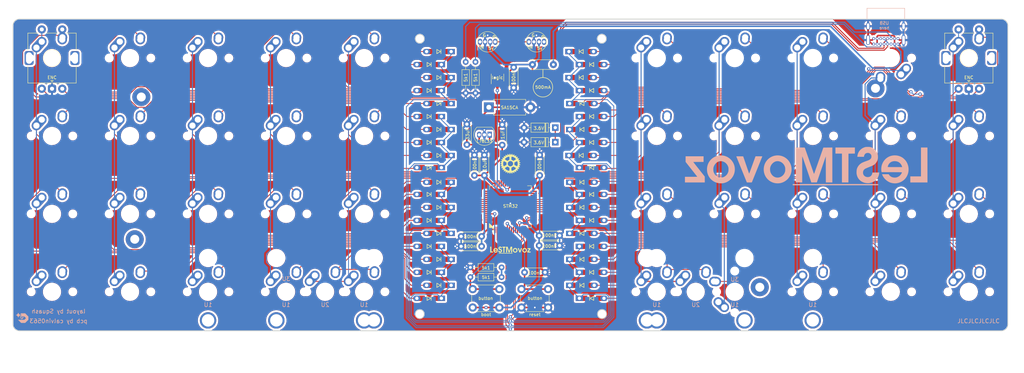
<source format=kicad_pcb>
(kicad_pcb (version 20221018) (generator pcbnew)
  (layers (0 "F.Cu" signal) (31 "B.Cu" signal) (34 "B.Paste" user) (35 "F.Paste" user) (36 "B.SilkS" user "B.Silkscreen") (37 "F.SilkS" user "F.Silkscreen") (38 "B.Mask" user) (39 "F.Mask" user) (44 "Edge.Cuts" user))
  (net 0 "")
  (net 1 "Net-(D11-A)")
  (net 2 "Net-(D12-A)")
  (net 3 "Net-(D13-A)")
  (net 4 "Net-(D14-A)")
  (net 5 "Net-(D15-A)")
  (net 6 "Net-(D16-A)")
  (net 7 "Net-(D17-A)")
  (net 8 "Net-(D18-A)")
  (net 9 "Net-(D19-A)")
  (net 10 "Net-(D20-A)")
  (net 11 "Net-(D21-A)")
  (net 12 "Net-(D22-A)")
  (net 13 "Net-(D23-A)")
  (net 14 "Net-(D24-A)")
  (net 15 "Net-(D25-A)")
  (net 16 "Net-(D26-A)")
  (net 17 "Net-(D27-A)")
  (net 18 "Net-(D28-A)")
  (net 19 "Net-(D29-A)")
  (net 20 "Net-(D30-A)")
  (net 21 "Net-(D31-A)")
  (net 22 "r_enc1")
  (net 23 "Net-(D32-A)")
  (net 24 "Net-(D2-A)")
  (net 25 "Net-(D33-A)")
  (net 26 "Net-(D3-A)")
  (net 27 "Net-(D34-A)")
  (net 28 "Net-(D4-A)")
  (net 29 "Net-(D35-A)")
  (net 30 "ROW0")
  (net 31 "Net-(D36-A)")
  (net 32 "Net-(D5-A)")
  (net 33 "Net-(D37-A)")
  (net 34 "Net-(D6-A)")
  (net 35 "Net-(D38-A)")
  (net 36 "Net-(D7-A)")
  (net 37 "Net-(D39-A)")
  (net 38 "Net-(D8-A)")
  (net 39 "Net-(D40-A)")
  (net 40 "r_enc2")
  (net 41 "+3V3")
  (net 42 "GND")
  (net 43 "NRST")
  (net 44 "+5V")
  (net 45 "VBUS")
  (net 46 "/CC1")
  (net 48 "/CC2")
  (net 50 "BOOT0")
  (net 51 "D_N")
  (net 52 "D_P")
  (net 53 "Net-(D9-A)")
  (net 54 "ROW1")
  (net 55 "ROW2")
  (net 56 "ROW3")
  (net 85 "COL0")
  (net 86 "COL1")
  (net 87 "COL2")
  (net 88 "COL3")
  (net 89 "COL4")
  (net 90 "COL5")
  (net 91 "COL6")
  (net 92 "COL7")
  (net 93 "COL8")
  (net 94 "COL9")
  (net 97 "Net-(D41-DOUT)")
  (net 98 "RGBin")
  (net 100 "RGB MCU")
  (net 101 "Net-(R3-Pad2)")
  (net 102 "ENC_A")
  (net 103 "ENC_B")
  (net 104 "ENC_C")
  (net 105 "ENC_D")
  (footprint "" (layer "F.Cu") (at 55.1375 42.8625)
    (fp_text reference "")
    (fp_text value "")
  )
  (footprint "kbd:D3_TH_SMD_v3" (layer "F.Cu") (at 162.54375 31.75)
    (fp_text reference "D6" hide)
    (fp_text value "D_Small" hide)
  )
  (footprint "Button_Switch_THT:SW_PUSH_6mm_H4.3mm" (layer "F.Cu") (at 147.9625 89.825)
    (fp_text reference "SW2" hide)
    (fp_text value "reset")
  )
  (footprint "Resistor_THT:R_Axial_DIN0204_L3.6mm_D1.6mm_P7.62mm_Horizontal" (layer "F.Cu") (at 135.478264 84.517916)
    (fp_text reference "R4" hide)
    (fp_text value "5k1")
  )
  (footprint "Fuse:Fuse_Bourns_MF-RHT100" (layer "F.Cu") (at 155.74375 35.525 180)
    (fp_text reference "F1" hide)
    (fp_text value "500mA")
  )
  (footprint "Capacitor_THT:C_Disc_D4.3mm_W1.9mm_P5.00mm" (layer "F.Cu") (at 152.4 62.03125 90)
    (fp_text reference "C9" hide)
    (fp_text value "100nF")
  )
  (footprint "MX_Alps_Hybrid:MX-Alps-Hybrid-1U" (layer "F.Cu") (at 90.4875 71.4375)
    (fp_text reference "MX24")
    (fp_text value "MX_SW_solder")
  )
  (footprint "MX_Alps_Hybrid:MX-Alps-Hybrid-1U" (layer "F.Cu") (at 257.175 33.3375)
    (fp_text reference "MX10")
    (fp_text value "MX_SW_solder")
  )
  (footprint "Resistor_THT:R_Axial_DIN0204_L3.6mm_D1.6mm_P7.62mm_Horizontal" (layer "F.Cu") (at 136.725 34.29 -90)
    (fp_text reference "R1" hide)
    (fp_text value "5k1")
  )
  (footprint "MX_Alps_Hybrid:MX-Alps-Hybrid-1U" (layer "F.Cu") (at 238.125 52.3875)
    (fp_text reference "MX19")
    (fp_text value "MX_SW_solder")
  )
  (footprint "MX_Alps_Hybrid:MX-Alps-Hybrid-1U" (layer "F.Cu") (at 109.5375 33.3375)
    (fp_text reference "MX5")
    (fp_text value "MX_SW_solder")
  )
  (footprint "MX_Alps_Hybrid:MX-Alps-Hybrid-1U" (layer "F.Cu") (at 180.975 33.3375)
    (fp_text reference "MX6")
    (fp_text value "MX_SW_solder")
  )
  (footprint "kbd:D3_TH_SMD_v3" (layer "F.Cu") (at 125.4125 34.925 180)
    (fp_text reference "D4" hide)
    (fp_text value "D_Small" hide)
  )
  (footprint "MX_Alps_Hybrid:MX-Alps-Hybrid-1U" (layer "F.Cu") (at 33.3375 71.4375)
    (fp_text reference "MX21")
    (fp_text value "MX_SW_solder")
  )
  (footprint "MountingHole:MountingHole_2.2mm_M2_Pad" (layer "F.Cu") (at 234.3875 40.7365)
    (fp_text reference "H6")
    (fp_text value "MountingHole_Pad")
  )
  (footprint "PCM_marbastlib-mx:STAB_MX_P_2u" (layer "F.Cu") (at 190.5 90.4875 180)
    (fp_text reference "S1" hide)
    (fp_text value "2")
  )
  (footprint "Capacitor_THT:C_Disc_D4.3mm_W1.9mm_P5.00mm" (layer "F.Cu") (at 136.475 62.03125 90)
    (fp_text reference "C6" hide)
    (fp_text value "100nF")
  )
  (footprint "MX_Alps_Hybrid:MX-Alps-Hybrid-1U" (layer "F.Cu") (at 90.4875 33.3375)
    (fp_text reference "MX4")
    (fp_text value "MX_SW_solder")
  )
  (footprint "Capacitor_THT:C_Disc_D4.3mm_W1.9mm_P5.00mm" (layer "F.Cu") (at 138.224728 79.368071 180)
    (fp_text reference "C7" hide)
    (fp_text value "100nF")
  )
  (footprint "MX_Alps_Hybrid:MX-Alps-Hybrid-1U" (layer "F.Cu") (at 180.975 90.4875)
    (fp_text reference "MX37")
    (fp_text value "MX_SW_solder")
  )
  (footprint "MX_Alps_Hybrid:MX-Alps-Hybrid-1U" (layer "F.Cu") (at 257.175 52.3875)
    (fp_text reference "MX20")
    (fp_text value "MX_SW_solder")
  )
  (footprint "PCM_marbastlib-mx:STAB_MX_P_3u" (layer "F.Cu") (at 200.025 90.4875 180)
    (fp_text reference "S2" hide)
    (fp_text value "3")
  )
  (footprint "kbd:D3_TH_SMD_v3" (layer "F.Cu") (at 127.79375 50.8 180)
    (fp_text reference "D12" hide)
    (fp_text value "D_Small" hide)
  )
  (footprint "MX_Alps_Hybrid:MX-Alps-Hybrid-1U" (layer "F.Cu") (at 200.025 71.4375)
    (fp_text reference "MX27")
    (fp_text value "MX_SW_solder")
  )
  (footprint "MX_Alps_Hybrid:MX-Alps-Hybrid-1U" (layer "F.Cu") (at 33.3375 33.3375)
    (fp_text reference "MX1")
    (fp_text value "MX_SW_solder")
  )
  (footprint "MX_Alps_Hybrid:MX-Alps-Hybrid-1U" (layer "F.Cu") (at 190.5 90.4875)
    (fp_text reference "MX38")
    (fp_text value "MX_SW_solder")
  )
  (footprint "Diode_THT:D_DO-35_SOD27_P7.62mm_Horizontal" (layer "F.Cu") (at 156.21 53.9 180)
    (fp_text reference "D45" hide)
    (fp_text value "3.6V")
  )
  (footprint "MX_Alps_Hybrid:MX-Alps-Hybrid-1U" (layer "F.Cu") (at 52.3875 52.3875)
    (fp_text reference "MX12")
    (fp_text value "MX_SW_solder")
  )
  (footprint "kbd:D3_TH_SMD_v3" (layer "F.Cu") (at 127.79375 38.1 180)
    (fp_text reference "D3" hide)
    (fp_text value "D_Small" hide)
  )
  (footprint "kbd:D3_TH_SMD_v3" (layer "F.Cu") (at 162.54375 38.1)
    (fp_text reference "D8" hide)
    (fp_text value "D_Small" hide)
  )
  (footprint "kbd:D3_TH_SMD_v3" (layer "F.Cu") (at 165.1 60.125)
    (fp_text reference "D16" hide)
    (fp_text value "D_Small" hide)
  )
  (footprint "MX_Alps_Hybrid:MX-Alps-Hybrid-1U" (layer "F.Cu") (at 90.4875 90.4875)
    (fp_text reference "MX34")
    (fp_text value "MX_SW_solder")
  )
  (footprint "PCM_marbastlib-various:ROT_Alps_EC11E-Switch" (layer "F.Cu") (at 257.175 33.3375)
    (fp_text reference "SW4" hide)
    (fp_text value "RotaryEncoder_Switch")
  )
  (footprint "Capacitor_THT:C_Disc_D4.3mm_W1.9mm_P5.00mm" (layer "F.Cu") (at 134.625429 49.502571 -90)
    (fp_text reference "C1" hide)
    (fp_text value "0.33uF")
  )
  (footprint "kbd:D3_TH_SMD_v3" (layer "F.Cu") (at 165.1 41.275)
    (fp_text reference "D9" hide)
    (fp_text value "D_Small" hide)
  )
  (footprint "kbd:D3_TH_SMD_v3" (layer "F.Cu") (at 125.4125 66.675 180)
    (fp_text reference "D24" hide)
    (fp_text value "D_Small" hide)
  )
  (footprint "MX_Alps_Hybrid:MX-Alps-Hybrid-1U" (layer "F.Cu") (at 238.125 90.4875)
    (fp_text reference "MX41")
    (fp_text value "MX_SW_solder")
  )
  (footprint "kbd:D3_TH_SMD_v3" (layer "F.Cu") (at 165.1 85.725)
    (fp_text reference "D38" hide)
    (fp_text value "D_Small" hide)
  )
  (footprint "kbd:D3_TH_SMD_v3" (layer "F.Cu") (at 165.1 73.025)
    (fp_text reference "D29" hide)
    (fp_text value "D_Small" hide)
  )
  (footprint "Resistor_THT:R_Axial_DIN0204_L3.6mm_D1.6mm_P7.62mm_Horizontal" (layer "F.Cu") (at 134.34375 34.29 -90)
    (fp_text reference "R2" hide)
    (fp_text value "5k1")
  )
  (footprint "MX_Alps_Hybrid:MX-Alps-Hybrid-1U" (layer "F.Cu") (at 219.075 71.4375)
    (fp_text reference "MX28")
    (fp_text value "MX_SW_solder")
  )
  (footprint "MX_Alps_Hybrid:MX-Alps-Hybrid-1U" (layer "F.Cu") (at 219.075 33.3375)
    (fp_text reference "MX8")
    (fp_text value "MX_SW_solder")
  )
  (footprint "kbd:D3_TH_SMD_v3" (layer "F.Cu") (at 165.1 53.975)
    (fp_text reference "D18" hide)
    (fp_text value "D_Small" hide)
  )
  (footprint "MX_Alps_Hybrid:MX-Alps-Hybrid-1U" (layer "F.Cu") (at 219.075 52.3875)
    (fp_text reference "MX18")
    (fp_text value "MX_SW_solder")
  )
  (footprint "kbd:D3_TH_SMD_v3" (layer "F.Cu") (at 165.1 34.925)
    (fp_text reference "D7" hide)
    (fp_text value "D_Small" hide)
  )
  (footprint "kbd:D3_TH_SMD_v3" (layer "F.Cu") (at 127.79375 88.9 180)
    (fp_text reference "D34" hide)
    (fp_text value "D_Small" hide)
  )
  (footprint "kbd:D3_TH_SMD_v3" (layer "F.Cu") (at 165.1 47.625)
    (fp_text reference "D20" hide)
    (fp_text value "D_Small" hide)
  )
  (footprint "MX_Alps_Hybrid:MX-Alps-Hybrid-1U" (layer "F.Cu") (at 71.4375 90.4875)
    (fp_text reference "MX33")
    (fp_text value "MX_SW_solder")
  )
  (footprint "kbd:D3_TH_SMD_v3" (layer "F.Cu") (at 125.4125 53.975 180)
    (fp_text reference "D13" hide)
    (fp_text value "D_Small" hide)
  )
  (footprint "Diode_THT:D_DO-15_P10.16mm_Horizontal" (layer "F.Cu") (at 139.987678 45.367784)
    (fp_text reference "D43" hide)
    (fp_text value "SA15CA")
  )
  (footprint "kbd:D3_TH_SMD_v3" (layer "F.Cu") (at 125.4125 60.125 180)
    (fp_text reference "D15" hide)
    (fp_text value "D_Small" hide)
  )
  (footprint "MX_Alps_Hybrid:MX-Alps-Hybrid-1U" (layer "F.Cu") (at 71.4375 71.4375)
    (fp_text reference "MX23")
    (fp_text value "MX_SW_solder")
  )
  (footprint "kbd:D3_TH_SMD_v3" (layer "F.Cu") (at 125.4125 85.725 180)
    (fp_text reference "D33" hide)
    (fp_text value "D_Small" hide)
  )
  (footprint "kbd:D3_TH_SMD_v3" (layer "F.Cu") (at 162.71875 44.45)
    (fp_text reference "D10" hide)
    (fp_text value "D_Small" hide)
  )
  (footprint "kbd:D3_TH_SMD_v3" (layer "F.Cu") (at 165.1 92.075)
    (fp_text reference "D36" hide)
    (fp_text value "D_Small" hide)
  )
  (footprint "MX_Alps_Hybrid:MX-Alps-Hybrid-1U" (layer "F.Cu") (at 90.4875 52.3875)
    (fp_text reference "MX14")
    (fp_text value "MX_SW_solder")
  )
  (footprint "kbd:D3_TH_SMD_v3" (layer "F.Cu") (at 162.71875 50.8)
    (fp_text reference "D19" hide)
    (fp_text value "D_Small" hide)
  )
  (footprint "LOGO" (layer "F.Cu") (at 145.25625 80.16875)
    (fp_text reference "G***" hide)
    (fp_text value "LOGO" hide)
  )
  (footprint "kbd:D3_TH_SMD_v3" (layer "F.Cu") (at 127.79375 31.75 180)
    (fp_text reference "D5" hide)
    (fp_text value "D_Small" hide)
  )
  (footprint "Package_TO_SOT_THT:TO-92_Inline" (layer "F.Cu") (at 140.17625 52.091988 180)
    (fp_text reference "U2" hide)
    (fp_text value "L78L33_TO92")
  )
  (footprint "Capacitor_THT:C_Disc_D4.3mm_W1.9mm_P5.00mm" (layer "F.Cu") (at 138.90625 62.03125 90)
    (fp_text reference "C11" hide)
    (fp_text value "10uF")
  )
  (footprint "PCM_marbastlib-mx:STAB_MX_P_3u" (layer "F.Cu") (at 90.4875 90.4875 180)
    (fp_text reference "S3" hide)
    (fp_text value "3")
  )
  (footprint "kbd:D3_TH_SMD_v3" (layer "F.Cu") (at 127.79375 69.85 180)
    (fp_text reference "D23" hide)
    (fp_text value "D_Small" hide)
  )
  (footprint "MX_Alps_Hybrid:MX-Alps-Hybrid-1U" (layer "F.Cu") (at 200.025 52.3875)
    (fp_text reference "MX17")
    (fp_text value "MX_SW_solder")
  )
  (footprint "kbd:D3_TH_SMD_v3" (layer "F.Cu") (at 165.1 66.675)
    (fp_text reference "D27" hide)
    (fp_text value "D_Small" hide)
  )
  (footprint "kbd:D3_TH_SMD_v3" (layer "F.Cu") (at 125.4125 41.275 180)
    (fp_text reference "D2" hide)
    (fp_text value "D_Small" hide)
  )
  (footprint "Capacitor_THT:C_Disc_D4.3mm_W1.9mm_P5.00mm" (layer "F.Cu") (at 152.268053 76.738522)
    (fp_text reference "C10" hide)
    (fp_text value "100nF")
  )
  (footprint "LOGO" (layer "F.Cu") (at 145.25625 59.165743)
    (fp_text reference "G***" hide)
    (fp_text value "LOGO" hide)
  )
  (footprint "MX_Alps_Hybrid:MX-Alps-Hybrid-1U" (layer "F.Cu") (at 180.975 52.3875)
    (fp_text reference "MX16")
    (fp_text value "MX_SW_solder")
  )
  (footprint "kbd:D3_TH_SMD_v3" (layer "F.Cu") (at 162.71875 82.55)
    (fp_text reference "D39" hide)
    (fp_text value "D_Small" hide)
  )
  (footprint "kbd:D3_TH_SMD_v3" (layer "F.Cu") (at 162.54375 57.15)
    (fp_text reference "D17" hide)
    (fp_text value "D_Small" hide)
  )
  (footprint "MX_Alps_Hybrid:MX-Alps-Hybrid-1U" (layer "F.Cu") (at 33.3375 90.4875)
    (fp_text reference "MX31")
    (fp_text value "MX_SW_solder")
  )
  (footprint "PCM_marbastlib-mx:STAB_MX_P_2u" (layer "F.Cu") (at 100.0125 90.4875 180)
    (fp_text reference "S4" hide)
    (fp_text value "2")
  )
  (footprint "kbd:D3_TH_SMD_v3" (layer "F.Cu") (at 165.1 79.375)
    (fp_text reference "D40" hide)
    (fp_text value "D_Small" hide)
  )
  (footprint "MX_Alps_Hybrid:MX-Alps-Hybrid-1U" (layer "F.Cu") (at 180.975 71.4375)
    (fp_text reference "MX26")
    (fp_text value "MX_SW_solder")
  )
  (footprint "kbd:D3_TH_SMD_v3" (layer "F.Cu") (at 127.79375 44.45 180)
    (fp_text reference "D1" hide)
    (fp_text value "D_Small" hide)
  )
  (footprint "Resistor_THT:R_Axial_DIN0204_L3.6mm_D1.6mm_P7.62mm_Horizontal" (layer "F.Cu") (at 135.478264 86.899166)
    (fp_text reference "R3" hide)
    (fp_text value "5k1")
  )
  (footprint "kbd:D3_TH_SMD_v3" (layer "F.Cu") (at 162.71875 76.2)
    (fp_text reference "D30" hide)
    (fp_text value "D_Small" hide)
  )
  (footprint "PCM_marbastlib-various:ROT_Alps_EC11E-Switch" (layer "F.Cu") (at 33.3375 33.3375)
    (fp_text reference "SW3" hide)
    (fp_text value "RotaryEncoder_Switch")
  )
  (footprint "Capacitor_THT:C_Disc_D4.3mm_W1.9mm_P5.00mm" (layer "F.Cu") (at 138.224728 76.936821 180)
    (fp_text reference "C8" hide)
    (fp_text value "100nF")
  )
  (footprint "MX_Alps_Hybrid:MX-Alps-Hybrid-1U" (layer "F.Cu") (at 52.3875 90.4875)
    (fp_text reference "MX32")
    (fp_text value "MX_SW_solder")
  )
  (footprint "Package_TO_SOT_SMD:TSOT-23-5_HandSoldering" (layer "F.Cu") (at 142.08125 38.1 90)
    (fp_text reference "U3" hide)
    (fp_text value "74AHCT1G125")
  )
  (footprint "kbd:D3_TH_SMD_v3" (layer "F.Cu") (at 125.4125 79.375 180)
    (fp_text reference "D31" hide)
    (fp_text value "D_Small" hide)
  )
  (footprint "MX_Alps_Hybrid:MX-Alps-Hybrid-1U" (layer "F.Cu") (at 71.4375 33.3375)
    (fp_text reference "MX3")
    (fp_text value "MX_SW_solder")
  )
  (footprint "kbd:D3_TH_SMD_v3" (layer "F.Cu") (at 162.71875 69.85)
    (fp_text reference "D28" hide)
    (fp_text value "D_Small" hide)
  )
  (footprint "MX_Alps_Hybrid:MX-Alps-Hybrid-1U" (layer "F.Cu") (at 238.125 71.4375)
    (fp_text reference "MX29")
    (fp_text value "MX_SW_solder")
  )
  (footprint "MX_Alps_Hybrid:MX-Alps-Hybrid-1U" (layer "F.Cu") (at 200.025 90.4875 90)
    (fp_text reference "MX39")
    (fp_text value "MX_SW_solder")
  )
  (footprint "kbd:D3_TH_SMD_v3" (layer "F.Cu") (at 125.4125 47.625 180)
    (fp_text reference "D11" hide)
    (fp_text value "D_Small" hide)
  )
  (footprint "MX_Alps_Hybrid:MX-Alps-Hybrid-1U" (layer "F.Cu") (at 200.025 33.3375)
    (fp_text reference "MX7")
    (fp_text value "MX_SW_solder")
  )
  (footprint "MX_Alps_Hybrid:MX-Alps-Hybrid-1U" (layer "F.Cu") (at 52.3875 71.4375)
    (fp_text reference "MX22")
    (fp_text value "MX_SW_solder")
  )
  (footprint "MX_Alps_Hybrid:MX-Alps-Hybrid-1U" (layer "F.Cu") (at 238.125 33.3375 180)
    (fp_text reference "MX9")
    (fp_text value "MX_SW_solder")
  )
  (footprint "Capacitor_THT:C_Disc_D4.3mm_W1.9mm_P5.00mm" (layer "F.Cu") (at 148.7125 85.725)
    (fp_text reference "C4" hide)
    (fp_text value "100nF")
  )
  (footprint "kbd:D3_TH_SMD_v3" (layer "F.Cu") (at 162.71875 88.9)
    (fp_text reference "D37" hide)
    (fp_text value "D_Small" hide)
  )
  (footprint "kbd:D3_TH_SMD_v3" (layer "F.Cu") (at 127.79375 76.2 180)
    (fp_text reference "D21" hide)
    (fp_text value "D_Small" hide)
  )
  (footprint "Capacitor_THT:C_Disc_D4.3mm_W1.9mm_P5.00mm" (layer "F.Cu") (at 152.268053 79.169772)
    (fp_text reference "C5" hide)
    (fp_text value "100nF")
  )
  (footprint "MX_Alps_Hybrid:MX-Alps-Hybrid-1U" (layer "F.Cu") (at 109.5375 52.3875)
    (fp_text reference "MX15")
    (fp_text value "MX_SW_solder")
  )
  (footprint "" (layer "F.Cu") (at 206.1375 89.3715)
    (fp_text reference "")
    (fp_text value "")
  )
  (footprint "" (layer "F.Cu") (at 53.5375 77.6365)
    (fp_text reference "")
    (fp_text value "")
  )
  (footprint "MX_Alps_Hybrid:MX-Alps-Hybrid-1U" (layer "F.Cu") (at 109.5375 71.4375)
    (fp_text reference "MX25")
    (fp_text value "MX_SW_solder")
  )
  (footprint "MX_Alps_Hybrid:MX-Alps-Hybrid-1U" (layer "F.Cu") (at 100.0125 90.4875)
    (fp_text reference "MX36")
    (fp_text value "MX_SW_solder")
  )
  (footprint "MX_Alps_Hybrid:MX-Alps-Hybrid-1U" (layer "F.Cu") (at 71.4375 52.3875)
    (fp_text reference "MX13")
    (fp_text value "MX_SW_solder")
  )
  (footprint "Package_QFP:LQFP-64_10x10mm_P0.5mm" (layer "F.Cu") (at 145.25625 69.668597 90)
    (fp_text reference "U1" hide)
    (fp_text value "STM32F072RBTx")
  )
  (footprint "MX_Alps_Hybrid:MX-Alps-Hybrid-1U" (layer "F.Cu") (at 219.075 90.4875)
    (fp_text reference "MX40")
    (fp_text value "MX_SW_solder")
  )
  (footprint "kbd:D3_TH_SMD_v3" (layer "F.Cu") (at 127.79375 63.7 180)
    (fp_text reference "D25" hide)
    (fp_text value "D_Small" hide)
  )
  (footprint "kbd:D3_TH_SMD_v3" (layer "F.Cu") (at 125.4125 73.025 180)
    (fp_text reference "D22" hide)
    (fp_text value "D_Small" hide)
  )
  (footprint "Capacitor_THT:C_Disc_D4.3mm_W1.9mm_P5.00mm" (layer "F.Cu") (at 146.05 35.6 -90)
    (fp_text reference "C3" hide)
    (fp_text value "100nF")
  )
  (footprint "MX_Alps_Hybrid:MX-Alps-Hybrid-1U" (layer "F.Cu") (at 52.3875 33.3375)
    (fp_text reference "MX2")
    (fp_text value "MX_SW_solder")
  )
  (footprint "kbd:D3_TH_SMD_v3" (layer "F.Cu") (at 127.79375 82.55 180)
    (fp_text reference "D32" hide)
    (fp_text value "D_Small" hide)
  )
  (footprint "MX_Alps_Hybrid:MX-Alps-Hybrid-1U" (layer "F.Cu") (at 33.3375 52.3875)
    (fp_text reference "MX11")
    (fp_text value "MX_SW_solder")
  )
  (footprint "MX_Alps_Hybrid:MX-Alps-Hybrid-1U" (layer "F.Cu") (at 257.175 90.4875)
    (fp_text reference "MX42")
    (fp_text value "MX_SW_solder")
  )
  (footprint "MX_Alps_Hybrid:MX-Alps-Hybrid-1U" (layer "F.Cu") (at 257.175 71.4375)
    (fp_text reference "MX30")
    (fp_text value "MX_SW_solder")
  )
  (footprint "MX_Alps_Hybrid:MX-Alps-Hybrid-1U" (layer "F.Cu") (at 109.5375 90.4875)
    (fp_text reference "MX35")
    (fp_text value "MX_SW_solder")
  )
  (footprint "Capacitor_THT:C_Disc_D4.3mm_W1.9mm_P5.00mm" (layer "F.Cu") (at 143.250429 49.600098 -90)
    (fp_text reference "C2" hide)
    (fp_text value "1uF")
  )
  (footprint "kbd:D3_TH_SMD_v3" (layer "F.Cu") (at 127.79375 57.15 180)
    (fp_text reference "D14" hide)
    (fp_text value "D_Small" hide)
  )
  (footprint "Button_Switch_THT:SW_PUSH_6mm_H4.3mm" (layer "F.Cu") (at 142.55 94.325 180)
    (fp_text reference "SW1" hide)
    (fp_text value "boot")
  )
  (footprint "kbd:D3_TH_SMD_v3" (layer "F.Cu") (at 125.4125 92.075 180)
    (fp_text reference "D35" hide)
    (fp_text value "D_Small" hide)
  )
  (footprint "Diode_THT:D_DO-35_SOD27_P7.62mm_Horizontal" (layer "F.Cu") (at 156.21 50.35 180)
    (fp_text reference "D44" hide)
    (fp_text value "3.6V")
  )
  (footprint "kbd:D3_TH_SMD_v3" (layer "F.Cu") (at 162.71875 63.7)
    (fp_text reference "D26" hide)
    (fp_text value "D_Small" hide)
  )
  (footprint "kbd:NeoPixel_bulb_5mm_Adafruit_1938" (layer "B.Cu") (at 139.7 29.36875)
    (fp_text reference "D41" hide)
    (fp_text value "WS2812D-F5 ")
  )
  (footprint "LOGO" (layer "B.Cu") (at 217.4875 59.53125 180)
    (fp_text reference "G***" hide)
    (fp_text value "LOGO" hide)
  )
  (footprint "kbd:NeoPixel_bulb_5mm_Adafruit_1938" (layer "B.Cu") (at 151.60625 29.36875)
    (fp_text reference "D42" hide)
    (fp_text value "WS2812D-F5 ")
  )
  (footprint "Connector_USB:USB_C_Receptacle_GCT_USB4085" (layer "B.Cu") (at 233.938179 29.91875)
    (fp_text reference "J1" hide)
    (fp_text value "USB_C_Receptacle_USB2.0")
  )
  (footprint "LOGO" (layer "B.Cu") (at 26.19375 96.8375 180)
    (fp_text reference "G***" hide)
    (fp_text value "LOGO" hide)
  )
  (gr_line (start 214.3125 64.29375) (end 234.95 64.29375) (stroke (width 0.3)) (layer "B.SilkS"))
  (gr_poly (pts (xy 140.14625 74.778597) (xy 140.14625 73.828597) (xy 141.09625 74.778597)) (stroke (width 0.15)) (fill solid) (layer "F.SilkS"))
  (gr_circle (center 153.19375 40.48125) (end 153.19375 42.8625) (stroke (width 0.15)) (fill none) (layer "F.SilkS"))
  (gr_line (start 153.19375 38.1) (end 153.19375 36.116) (stroke (width 0.15)) (layer "F.SilkS"))
  (gr_line (start 142.5 81.0625) (end 145.7 81.0625) (stroke (width 0.15)) (layer "F.SilkS"))
  (gr_arc (start 23.8125 25.4) (mid 24.277497 24.277497) (end 25.4 23.8125) (stroke (width 0.2)) (layer "Edge.Cuts"))
  (gr_line (start 266.7 25.4) (end 266.7 98.425) (stroke (width 0.2)) (layer "Edge.Cuts"))
  (gr_line (start 265.1125 100.0125) (end 25.4 100.0125) (stroke (width 0.2)) (layer "Edge.Cuts"))
  (gr_circle locked (center 167.6278 95.9235) (end 168.7278 95.9235) (stroke (width 0.2)) (fill none) (layer "Edge.Cuts"))
  (gr_arc (start 266.7 98.425) (mid 266.235044 99.547566) (end 265.1125 100.0125) (stroke (width 0.2)) (layer "Edge.Cuts"))
  (gr_arc (start 25.4 100.0125) (mid 24.277468 99.547532) (end 23.8125 98.425) (stroke (width 0.2)) (layer "Edge.Cuts"))
  (gr_circle locked (center 123.1143 95.9235) (end 124.2143 95.9235) (stroke (width 0.2)) (fill none) (layer "Edge.Cuts"))
  (gr_line (start 25.4 23.8125) (end 265.1125 23.8125) (stroke (width 0.2)) (layer "Edge.Cuts"))
  (gr_line (start 23.8125 25.4) (end 23.8125 98.425) (stroke (width 0.2)) (layer "Edge.Cuts"))
  (gr_circle locked (center 123.1397 28.6135) (end 124.2397 28.6135) (stroke (width 0.2)) (fill none) (layer "Edge.Cuts"))
  (gr_arc (start 265.1125 23.8125) (mid 266.235035 24.27748) (end 266.7 25.4) (stroke (width 0.2)) (layer "Edge.Cuts"))
  (gr_circle locked (center 167.568 28.6135) (end 168.668 28.6135) (stroke (width 0.2)) (fill none) (layer "Edge.Cuts"))
  (gr_text "3U" (at 90.4875 87.3125) (layer "B.SilkS") (effects (font (size 1 1)) (justify mirror)))
  (gr_text "2U" (at 100.0125 93.6625) (layer "B.SilkS") (effects (font (size 1 1)) (justify mirror)))
  (gr_text "1U" (at 109.5375 93.6625) (layer "B.SilkS") (effects (font (size 1 1)) (justify mirror)))
  (gr_text "1U" (at 180.975 93.6625) (layer "B.SilkS") (effects (font (size 1 1)) (justify mirror)))
  (gr_text "layout by Squash" (at 34.925 95.25) (layer "B.SilkS") (effects (font (size 1 1)) (justify mirror)))
  (gr_text "USB\nhere" (at 236.5375 25.4) (layer "B.SilkS") (effects (font (size 0.75 0.75) (thickness 0.125) bold) (justify mirror)))
  (gr_text "2U" (at 190.5 93.6625) (layer "B.SilkS") (effects (font (size 1 1)) (justify mirror)))
  (gr_text "1U" (at 90.4875 93.6625) (layer "B.SilkS") (effects (font (size 1 1)) (justify mirror)))
  (gr_text "pcb by calvin0563\n" (at 34.925 97.63125) (layer "B.SilkS") (effects (font (size 1 1)) (justify mirror)))
  (gr_text "1U" (at 219.075 93.6625) (layer "B.SilkS") (effects (font (size 1 1)) (justify mirror)))
  (gr_text "1U" (at 200.025 93.6625) (layer "B.SilkS") (effects (font (size 1 1)) (justify mirror)))
  (gr_text "3U" (at 200.024999 87.454823) (layer "B.SilkS") (effects (font (size 1 1)) (justify mirror)))
  (gr_text "JLCJLCJLCJLC" (at 259.55625 97.63125) (layer "B.SilkS") (effects (font (size 1 1))))
  (gr_text "1U" (at 71.4375 93.6625) (layer "B.SilkS") (effects (font (size 1 1)) (justify mirror)))
  (gr_text "5k1" (at 139.294211 84.621946) (layer "F.SilkS") (effects (font (size 0.75 0.75) (thickness 0.125) bold)))
  (gr_text "500mA" (at 153.19375 40.48125) (layer "F.SilkS") (effects (font (size 0.75 0.75) (thickness 0.125) bold)))
  (gr_text "5k1" (at 136.725 38.1 90) (layer "F.SilkS") (effects (font (size 0.8 0.8) (thickness 0.125))))
  (gr_text "3.6V" (at 152.191842 50.504488) (layer "F.SilkS") (effects (font (size 0.8 0.8) (thickness 0.125))))
  (gr_text "reset\n" (at 151.218121 96.04375) (layer "F.SilkS") (effects (font (size 0.75 0.75) (thickness 0.125) bold)))
  (gr_text "100nF" (at 154.778444 79.329155) (layer "F.SilkS") (effects (font (size 0.75 0.75) (thickness 0.125) bold)))
  (gr_text "STM32" (at 145.25625 69.540507) (layer "F.SilkS") (effects (font (size 0.75 0.75) (thickness 0.125) bold)))
  (gr_text "1uF" (at 143.395389 52.091988 90) (layer "F.SilkS") (effects (font (size 0.8 0.8) (thickness 0.125))))
  (gr_text "100nF" (at 135.73125 79.38478) (layer "F.SilkS") (effects (font (size 0.75 0.75) (thickness 0.125) bold)))
  (gr_text "100nF" (at 151.228179 85.874439) (layer "F.SilkS") (effects (font (size 0.75 0.75) (thickness 0.125) bold)))
  (gr_text ".33uF" (at 134.801426 52.091988 90) (layer "F.SilkS") (effects (font (size 0.8 0.8) (thickness 0.125))))
  (gr_text "button" (at 151.251661 92.05235) (layer "F.SilkS") (effects (font (size 0.75 0.75) (thickness 0.125) bold)))
  (gr_text "100nF" (at 154.78125 76.684257) (layer "F.SilkS") (effects (font (size 0.75 0.75) (thickness 0.125) bold)))
  (gr_text "100nF" (at 152.382887 59.528432 90) (layer "F.SilkS") (effects (font (size 0.75 0.75) (thickness 0.125) bold)))
  (gr_text "100nF" (at 135.73125 76.99375) (layer "F.SilkS") (effects (font (size 0.75 0.75) (thickness 0.125) bold)))
  (gr_text "logic" (at 142.08125 38.1) (layer "F.SilkS") (effects (font (size 0.75 0.75) (thickness 0.125) bold)))
  (gr_text "ENC" (at 257.175 38.1) (layer "F.SilkS") (effects (font (size 0.75 0.75) (thickness 0.125) bold)))
  (gr_text "button" (at 139.224343 92.075) (layer "F.SilkS") (effects (font (size 0.75 0.75) (thickness 0.125) bold)))
  (gr_text "boot" (at 139.301495 96.04375) (layer "F.SilkS") (effects (font (size 0.75 0.75) (thickness 0.125) bold)))
  (gr_text "100nF" (at 146.05 38.1 90) (layer "F.SilkS") (effects (font (size 0.75 0.75) (thickness 0.125) bold)))
  (gr_text "3.6V" (at 152.191842 54.005638) (layer "F.SilkS") (effects (font (size 0.8 0.8) (thickness 0.125))))
  (gr_text "SA15CA" (at 145.039059 45.443598) (layer "F.SilkS") (effects (font (size 0.75 0.75) (thickness 0.125) bold)))
  (gr_text "ENC" (at 33.3375 38.1) (layer "F.SilkS") (effects (font (size 0.75 0.75) (thickness 0.125) bold)))
  (gr_text "100nF" (at 136.560107 59.544617 90) (layer "F.SilkS") (effects (font (size 0.75 0.75) (thickness 0.125) bold)))
  (gr_text "5k1" (at 139.306615 86.962515) (layer "F.SilkS") (effects (font (size 0.75 0.75) (thickness 0.125) bold)))
  (gr_text "L78L33" (at 138.90625 53.679488) (layer "F.SilkS") (effects (font (size 0.7 0.7) (thickness 0.125) bold)))
  (gr_text "5k1" (at 134.34375 38.1 90) (layer "F.SilkS") (effects (font (size 0.8 0.8) (thickness 0.125))))
  (gr_text "10uF" (at 139.016534 59.554889 90) (layer "F.SilkS") (effects (font (size 0.8 0.8) (thickness 0.125))))
  (segment (start 39.9225 43.2625) (end 35.8775 47.3075) (width 0.2) (layer "F.Cu") (net 1))
  (segment (start 58.3375 43.2625) (end 115.603308 43.2625) (width 0.2) (layer "F.Cu") (net 1))
  (segment (start 56.2375 45.3625) (end 54.101966 45.3625) (width 0.2) (layer "F.Cu") (net 1))
  (segment (start 119.965806 47.625) (end 122.4125 47.625) (width 0.2) (layer "F.Cu") (net 1))
  (segment (start 58.3375 43.2625) (end 56.2375 45.3625) (width 0.2) (layer "F.Cu") (net 1))
  (segment (start 52.001966 43.2625) (end 39.9225 43.2625) (width 0.2) (layer "F.Cu") (net 1))
  (segment (start 115.603308 43.2625) (end 119.965806 47.625) (width 0.2) (layer "F.Cu") (net 1))
  (segment (start 54.101966 45.3625) (end 52.001966 43.2625) (width 0.2) (layer "F.Cu") (net 1))
  (segment (start 54.9275 47.3075) (end 58.5725 43.6625) (width 0.2) (layer "F.Cu") (net 2))
  (segment (start 118.275 46.49988) (end 118.275 49.2125) (width 0.2) (layer "F.Cu") (net 2))
  (segment (start 58.5725 43.6625) (end 115.437622 43.6625) (width 0.2) (layer "F.Cu") (net 2))
  (segment (start 119.8625 50.8) (end 124.79375 50.8) (width 0.2) (layer "F.Cu") (net 2))
  (segment (start 118.275 49.2125) (end 119.8625 50.8) (width 0.2) (layer "F.Cu") (net 2))
  (segment (start 115.437622 43.6625) (end 118.275 46.49988) (width 0.2) (layer "F.Cu") (net 2))
  (segment (start 73.9775 47.3075) (end 77.2225 44.0625) (width 0.2) (layer "F.Cu") (net 3))
  (segment (start 77.2225 44.0625) (end 115.271936 44.0625) (width 0.2) (layer "F.Cu") (net 3))
  (segment (start 115.271936 44.0625) (end 117.875 46.665565) (width 0.2) (layer "F.Cu") (net 3))
  (segment (start 117.875 52.7875) (end 119.0625 53.975) (width 0.2) (layer "F.Cu") (net 3))
  (segment (start 119.0625 53.975) (end 122.4125 53.975) (width 0.2) (layer "F.Cu") (net 3))
  (segment (start 117.875 46.665565) (end 117.875 52.7875) (width 0.2) (layer "F.Cu") (net 3))
  (segment (start 117.475 46.83125) (end 117.475 55.5625) (width 0.2) (layer "F.Cu") (net 4))
  (segment (start 95.8725 44.4625) (end 115.10625 44.4625) (width 0.2) (layer "F.Cu") (net 4))
  (segment (start 117.475 55.5625) (end 119.0625 57.15) (width 0.2) (layer "F.Cu") (net 4))
  (segment (start 115.10625 44.4625) (end 117.475 46.83125) (width 0.2) (layer "F.Cu") (net 4))
  (segment (start 119.0625 57.15) (end 124.79375 57.15) (width 0.2) (layer "F.Cu") (net 4))
  (segment (start 93.0275 47.3075) (end 95.8725 44.4625) (width 0.2) (layer "F.Cu") (net 4))
  (segment (start 117.075 46.996936) (end 117.075 58.3375) (width 0.2) (layer "F.Cu") (net 5))
  (segment (start 114.940564 44.8625) (end 117.075 46.996936) (width 0.2) (layer "F.Cu") (net 5))
  (segment (start 112.0775 47.3075) (end 114.5225 44.8625) (width 0.2) (layer "F.Cu") (net 5))
  (segment (start 112.0775 47.3075) (end 112.0775 47.8475) (width 0.2) (layer "F.Cu") (net 5))
  (segment (start 112.0775 47.8475) (end 112.0375 47.8875) (width 0.2) (layer "F.Cu") (net 5))
  (segment (start 119.0625 60.325) (end 122.4125 60.325) (width 0.2) (layer "F.Cu") (net 5))
  (segment (start 114.5225 44.8625) (end 114.940564 44.8625) (width 0.2) (layer "F.Cu") (net 5))
  (segment (start 117.075 58.3375) (end 119.0625 60.325) (width 0.2) (layer "F.Cu") (net 5))
  (segment (start 173.0375 60.325) (end 168.1 60.325) (width 0.2) (layer "F.Cu") (net 6))
  (segment (start 174.23125 59.13125) (end 173.0375 60.325) (width 0.2) (layer "F.Cu") (net 6))
  (segment (start 175.584436 44.8625) (end 174.23125 46.215686) (width 0.2) (layer "F.Cu") (net 6))
  (segment (start 174.23125 46.215686) (end 174.23125 59.13125) (width 0.2) (layer "F.Cu") (net 6))
  (segment (start 183.515 47.3075) (end 181.07 44.8625) (width 0.2) (layer "F.Cu") (net 6))
  (segment (start 181.07 44.8625) (end 175.584436 44.8625) (width 0.2) (layer "F.Cu") (net 6))
  (segment (start 173.83125 46.05) (end 173.83125 55.5625) (width 0.2) (layer "F.Cu") (net 7))
  (segment (start 175.41875 44.4625) (end 199.72 44.4625) (width 0.2) (layer "F.Cu") (net 7))
  (segment (start 172.24375 57.15) (end 165.54375 57.15) (width 0.2) (layer "F.Cu") (net 7))
  (segment (start 175.41875 44.4625) (end 173.83125 46.05) (width 0.2) (layer "F.Cu") (net 7))
  (segment (start 173.83125 55.5625) (end 172.24375 57.15) (width 0.2) (layer "F.Cu") (net 7))
  (segment (start 202.565 47.3075) (end 199.72 44.4625) (width 0.2) (layer "F.Cu") (net 7))
  (segment (start 172.24375 53.975) (end 167.30625 53.975) (width 0.2) (layer "F.Cu") (net 8))
  (segment (start 221.615 47.3075) (end 218.37 44.0625) (width 0.2) (layer "F.Cu") (net 8))
  (segment (start 175.253064 44.0625) (end 218.37 44.0625) (width 0.2) (layer "F.Cu") (net 8))
  (segment (start 175.253064 44.0625) (end 173.43125 45.884315) (width 0.2) (layer "F.Cu") (net 8))
  (segment (start 173.43125 45.884315) (end 173.43125 52.7875) (width 0.2) (layer "F.Cu") (net 8))
  (segment (start 173.43125 52.7875) (end 172.24375 53.975) (width 0.2) (layer "F.Cu") (net 8))
  (segment (start 175.087378 43.6625) (end 237.02 43.6625) (width 0.2) (layer "F.Cu") (net 9))
  (segment (start 173.03125 45.71863) (end 173.03125 50.0125) (width 0.2) (layer "F.Cu") (net 9))
  (segment (start 173.03125 50.0125) (end 172.24375 50.8) (width 0.2) (layer "F.Cu") (net 9))
  (segment (start 172.24375 50.8) (end 165.71875 50.8) (width 0.2) (layer "F.Cu") (net 9))
  (segment (start 175.087378 43.6625) (end 173.03125 45.71863) (width 0.2) (layer "F.Cu") (net 9))
  (segment (start 240.665 47.3075) (end 237.02 43.6625) (width 0.2) (layer "F.Cu") (net 9))
  (segment (start 174.921692 43.2625) (end 255.67 43.2625) (width 0.2) (layer "F.Cu") (net 10))
  (segment (start 170.559195 47.625) (end 174.921692 43.2625) (width 0.2) (layer "F.Cu") (net 10))
  (segment (start 168.1 47.625) (end 170.559195 47.625) (width 0.2) (layer "F.Cu") (net 10))
  (segment (start 259.715 47.3075) (end 255.67 43.2625) (width 0.2) (layer "F.Cu") (net 10))
  (segment (start 117.3739 77.8886) (end 119.0625 76.2) (width 0.2) (layer "F.Cu") (net 11))
  (segment (start 26.9875 78.58125) (end 28.94275 80.5365) (width 0.2) (layer "F.Cu") (net 11))
  (segment (start 26.9875 69.194) (end 26.9875 78.58125) (width 0.2) (layer "F.Cu") (net 11))
  (segment (start 35.8775 66.3575) (end 34.7275 65.2075) (width 0.2) (layer "F.Cu") (net 11))
  (segment (start 30.974 65.2075) (end 26.9875 69.194) (width 0.2) (layer "F.Cu") (net 11))
  (segment (start 34.7275 65.2075) (end 30.974 65.2075) (width 0.2) (layer "F.Cu") (net 11))
  (segment (start 71.335256 77.8886) (end 117.3739 77.8886) (width 0.2) (layer "F.Cu") (net 11))
  (segment (start 28.94275 80.5365) (end 68.687354 80.5365) (width 0.2) (layer "F.Cu") (net 11))
  (segment (start 68.687354 80.5365) (end 71.335256 77.8886) (width 0.2) (layer "F.Cu") (net 11))
  (segment (start 119.0625 76.2) (end 124.79375 76.2) (width 0.2) (layer "F.Cu") (net 11))
  (segment (start 89.614274 77.4886) (end 117.208214 77.4886) (width 0.2) (layer "F.Cu") (net 12))
  (segment (start 54.9275 66.3575) (end 53.7775 65.2075) (width 0.2) (layer "F.Cu") (net 12))
  (segment (start 71.1851 77.473071) (end 89.598745 77.473071) (width 0.2) (layer "F.Cu") (net 12))
  (segment (start 48.3865 80.1365) (end 68.521668 80.1365) (width 0.2) (layer "F.Cu") (net 12))
  (segment (start 53.7775 65.2075) (end 49.88625 65.2075) (width 0.2) (layer "F.Cu") (net 12))
  (segment (start 46.0375 77.7875) (end 48.3865 80.1365) (width 0.2) (layer "F.Cu") (net 12))
  (segment (start 119.0625 74.6125) (end 120.65 73.025) (width 0.2) (layer "F.Cu") (net 12))
  (segment (start 49.88625 65.2075) (end 46.0375 69.05625) (width 0.2) (layer "F.Cu") (net 12))
  (segment (start 68.521668 80.1365) (end 71.1851 77.473071) (width 0.2) (layer "F.Cu") (net 12))
  (segment (start 89.598745 77.473071) (end 89.614274 77.4886) (width 0.2) (layer "F.Cu") (net 12))
  (segment (start 46.0375 69.05625) (end 46.0375 77.7875) (width 0.2) (layer "F.Cu") (net 12))
  (segment (start 119.0625 75.634314) (end 119.0625 74.6125) (width 0.2) (layer "F.Cu") (net 12))
  (segment (start 120.65 73.025) (end 122.4125 73.025) (width 0.2) (layer "F.Cu") (net 12))
  (segment (start 117.208214 77.4886) (end 119.0625 75.634314) (width 0.2) (layer "F.Cu") (net 12))
  (segment (start 65.0875 77.7875) (end 67.0365 79.7365) (width 0.2) (layer "F.Cu") (net 13))
  (segment (start 68.93625 65.2075) (end 65.0875 69.05625) (width 0.2) (layer "F.Cu") (net 13))
  (segment (start 72.8275 65.2075) (end 68.93625 65.2075) (width 0.2) (layer "F.Cu") (net 13))
  (segment (start 116.68125 77.0886) (end 117.042528 77.0886) (width 0.2) (layer "F.Cu") (net 13))
  (segment (start 118.6625 75.468628) (end 118.6625 71.04375) (width 0.2) (layer "F.Cu") (net 13))
  (segment (start 67.0365 79.7365) (end 68.355982 79.7365) (width 0.2) (layer "F.Cu") (net 13))
  (segment (start 65.0875 69.05625) (end 65.0875 77.7875) (width 0.2) (layer "F.Cu") (net 13))
  (segment (start 71.019415 77.073071) (end 116.665721 77.073071) (width 0.2) (layer "F.Cu") (net 13))
  (segment (start 68.355982 79.7365) (end 71.019415 77.073071) (width 0.2) (layer "F.Cu") (net 13))
  (segment (start 73.9775 66.3575) (end 72.8275 65.2075) (width 0.2) (layer "F.Cu") (net 13))
  (segment (start 116.665721 77.073071) (end 116.68125 77.0886) (width 0.2) (layer "F.Cu") (net 13))
  (segment (start 117.042528 77.0886) (end 118.6625 75.468628) (width 0.2) (layer "F.Cu") (net 13))
  (segment (start 119.85625 69.85) (end 124.79375 69.85) (width 0.2) (layer "F.Cu") (net 13))
  (segment (start 118.6625 71.04375) (end 119.85625 69.85) (width 0.2) (layer "F.Cu") (net 13))
  (segment (start 84.1375 75.40625) (end 85.404321 76.673071) (width 0.2) (layer "F.Cu") (net 14))
  (segment (start 116.892371 76.673071) (end 118.2625 75.302942) (width 0.2) (layer "F.Cu") (net 14))
  (segment (start 118.2625 68.2625) (end 118.26875 68.2625) (width 0.2) (layer "F.Cu") (net 14))
  (segment (start 119.85625 66.675) (end 122.4125 66.675) (width 0.2) (layer "F.Cu") (net 14))
  (segment (start 87.98625 65.2075) (end 84.1375 69.05625) (width 0.2) (layer "F.Cu") (net 14))
  (segment (start 118.26875 68.2625) (end 119.85625 66.675) (width 0.2) (layer "F.Cu") (net 14))
  (segment (start 84.1375 69.05625) (end 84.1375 75.40625) (width 0.2) (layer "F.Cu") (net 14))
  (segment (start 91.8775 65.2075) (end 87.98625 65.2075) (width 0.2) (layer "F.Cu") (net 14))
  (segment (start 93.0275 66.3575) (end 91.8775 65.2075) (width 0.2) (layer "F.Cu") (net 14))
  (segment (start 85.404321 76.673071) (end 116.892371 76.673071) (width 0.2) (layer "F.Cu") (net 14))
  (segment (start 118.2625 75.302942) (end 118.2625 68.2625) (width 0.2) (layer "F.Cu") (net 14))
  (segment (start 110.9275 65.2075) (end 107.03625 65.2075) (width 0.2) (layer "F.Cu") (net 15))
  (segment (start 104.775 76.273071) (end 104.775 76.2) (width 0.2) (layer "F.Cu") (net 15))
  (segment (start 104.848071 76.273071) (end 116.726685 76.273071) (width 0.2) (layer "F.Cu") (net 15))
  (segment (start 117.8625 65.49375) (end 119.85625 63.5) (width 0.2) (layer "F.Cu") (net 15))
  (segment (start 104.775 76.2) (end 104.848071 76.273071) (width 0.2) (layer "F.Cu") (net 15))
  (segment (start 103.1875 75.40625) (end 104.054321 76.273071) (width 0.2) (layer "F.Cu") (net 15))
  (segment (start 119.85625 63.5) (end 124.79375 63.5) (width 0.2) (layer "F.Cu") (net 15))
  (segment (start 107.03625 65.2075) (end 103.1875 69.05625) (width 0.2) (layer "F.Cu") (net 15))
  (segment (start 112.0775 66.3575) (end 110.9275 65.2075) (width 0.2) (layer "F.Cu") (net 15))
  (segment (start 104.054321 76.273071) (end 104.775 76.273071) (width 0.2) (layer "F.Cu") (net 15))
  (segment (start 103.1875 69.05625) (end 103.1875 75.40625) (width 0.2) (layer "F.Cu") (net 15))
  (segment (start 116.726685 76.273071) (end 117.8625 75.137256) (width 0.2) (layer "F.Cu") (net 15))
  (segment (start 117.8625 75.137256) (end 117.8625 65.49375) (width 0.2) (layer "F.Cu") (net 15))
  (segment (start 185.7375 76.2886) (end 174.7136 76.2886) (width 0.2) (layer "F.Cu") (net 16))
  (segment (start 174.7136 76.2886) (end 173.83125 75.40625) (width 0.2) (layer "F.Cu") (net 16))
  (segment (start 173.83125 75.40625) (end 173.83125 65.88125) (width 0.2) (layer "F.Cu") (net 16))
  (segment (start 173.83125 65.88125) (end 171.45 63.5) (width 0.2) (layer "F.Cu") (net 16))
  (segment (start 187.28 70.1225) (end 187.28 74.7461) (width 0.2) (layer "F.Cu") (net 16))
  (segment (start 183.515 66.3575) (end 187.28 70.1225) (width 0.2) (layer "F.Cu") (net 16))
  (segment (start 171.45 63.5) (end 165.71875 63.5) (width 0.2) (layer "F.Cu") (net 16))
  (segment (start 187.28 74.7461) (end 185.7375 76.2886) (width 0.2) (layer "F.Cu") (net 16))
  (segment (start 205.541371 76.6886) (end 174.547914 76.6886) (width 0.2) (layer "F.Cu") (net 17))
  (segment (start 206.375 75.854971) (end 205.541371 76.6886) (width 0.2) (layer "F.Cu") (net 17))
  (segment (start 206.375 70.1675) (end 206.375 75.854971) (width 0.2) (layer "F.Cu") (net 17))
  (segment (start 202.565 66.3575) (end 206.375 70.1675) (width 0.2) (layer "F.Cu") (net 17))
  (segment (start 173.393869 67.825119) (end 172.24375 66.675) (width 0.2) (layer "F.Cu") (net 17))
  (segment (start 174.547914 76.6886) (end 173.393869 75.534554) (width 0.2) (layer "F.Cu") (net 17))
  (segment (start 173.393869 75.534554) (end 173.393869 67.825119) (width 0.2) (layer "F.Cu") (net 17))
  (segment (start 172.24375 66.675) (end 168.1 66.675) (width 0.2) (layer "F.Cu") (net 17))
  (segment (start 174.382228 77.0886) (end 172.993869 75.700239) (width 0.2) (layer "F.Cu") (net 18))
  (segment (start 172.993869 71.393869) (end 171.45 69.85) (width 0.2) (layer "F.Cu") (net 18))
  (segment (start 221.615 66.3575) (end 225.425 70.1675) (width 0.2) (layer "F.Cu") (net 18))
  (segment (start 225.425 76.2) (end 224.5364 77.0886) (width 0.2) (layer "F.Cu") (net 18))
  (segment (start 224.5364 77.0886) (end 174.382228 77.0886) (width 0.2) (layer "F.Cu") (net 18))
  (segment (start 171.45 69.85) (end 164.49375 69.85) (width 0.2) (layer "F.Cu") (net 18))
  (segment (start 172.993869 75.700239) (end 172.993869 71.393869) (width 0.2) (layer "F.Cu") (net 18))
  (segment (start 225.425 70.1675) (end 225.425 76.2) (width 0.2) (layer "F.Cu") (net 18))
  (segment (start 172.593869 73.375119) (end 172.24375 73.025) (width 0.2) (layer "F.Cu") (net 19))
  (segment (start 243.1864 77.4886) (end 174.216542 77.4886) (width 0.2) (layer "F.Cu") (net 19))
  (segment (start 172.24375 73.025) (end 168.1 73.025) (width 0.2) (layer "F.Cu") (net 19))
  (segment (start 244.449122 76.225878) (end 243.1864 77.4886) (width 0.2) (layer "F.Cu") (net 19))
  (segment (start 244.449122 70.141622) (end 244.449122 76.225878) (width 0.2) (layer "F.Cu") (net 19))
  (segment (start 240.665 66.3575) (end 244.449122 70.141622) (width 0.2) (layer "F.Cu") (net 19))
  (segment (start 172.593869 75.865924) (end 172.593869 73.375119) (width 0.2) (layer "F.Cu") (net 19))
  (segment (start 174.216542 77.4886) (end 172.593869 75.865924) (width 0.2) (layer "F.Cu") (net 19))
  (segment (start 172.362258 76.2) (end 165.71875 76.2) (width 0.2) (layer "F.Cu") (net 20))
  (segment (start 263.525 76.99375) (end 262.63015 77.8886) (width 0.2) (layer "F.Cu") (net 20))
  (segment (start 259.715 66.3575) (end 263.525 70.1675) (width 0.2) (layer "F.Cu") (net 20))
  (segment (start 174.050856 77.888599) (end 172.362258 76.2) (width 0.2) (layer "F.Cu") (net 20))
  (segment (start 262.63015 77.8886) (end 174.050856 77.888599) (width 0.2) (layer "F.Cu") (net 20))
  (segment (start 263.525 70.1675) (end 263.525 76.99375) (width 0.2) (layer "F.Cu") (net 20))
  (segment (start 71.500941 78.2886) (end 117.063844 78.2886) (width 0.2) (layer "F.Cu") (net 21))
  (segment (start 118.150244 79.375) (end 122.4125 79.375) (width 0.2) (layer "F.Cu") (net 21))
  (segment (start 35.8775 85.4075) (end 40.3485 80.9365) (width 0.2) (layer "F.Cu") (net 21))
  (segment (start 40.3485 80.9365) (end 68.85304 80.9365) (width 0.2) (layer "F.Cu") (net 21))
  (segment (start 117.063844 78.2886) (end 118.150244 79.375) (width 0.2) (layer "F.Cu") (net 21))
  (segment (start 68.85304 80.9365) (end 71.500941 78.2886) (width 0.2) (layer "F.Cu") (net 21))
  (segment (start 56.2375 40.3625) (end 54.09375 40.3625) (width 0.2) (layer "F.Cu") (net 22))
  (segment (start 35.8375 28.8375) (end 34.78125 27.78125) (width 0.2) (layer "F.Cu") (net 22))
  (segment (start 29.36875 42.8625) (end 26.19375 39.6875) (width 0.2) (layer "F.Cu") (net 22))
  (segment (start 124.79375 44.45) (end 117.356494 44.45) (width 0.2) (layer "F.Cu") (net 22))
  (segment (start 51.59375 42.8625) (end 29.36875 42.8625) (width 0.2) (layer "F.Cu") (net 22))
  (segment (start 34.78125 27.78125) (end 30.1625 27.78125) (width 0.2) (layer "F.Cu") (net 22))
  (segment (start 115.768994 42.8625) (end 58.7375 42.8625) (width 0.2) (layer "F.Cu") (net 22))
  (segment (start 54.09375 40.3625) (end 51.59375 42.8625) (width 0.2) (layer "F.Cu") (net 22))
  (segment (start 35.8375 28.8375) (end 35.8375 26.3375) (width 0.2) (layer "F.Cu") (net 22))
  (segment (start 26.19375 31.75) (end 30.1625 27.78125) (width 0.2) (layer "F.Cu") (net 22))
  (segment (start 117.356494 44.45) (end 115.768994 42.8625) (width 0.2) (layer "F.Cu") (net 22))
  (segment (start 58.7375 42.8625) (end 56.2375 40.3625) (width 0.2) (layer "F.Cu") (net 22))
  (segment (start 26.19375 39.6875) (end 26.19375 31.75) (width 0.2) (layer "F.Cu") (net 22))
  (segment (start 30.1625 27.78125) (end 26.9875 30.95625) (width 0.2) (layer "F.Cu") (net 22))
  (segment (start 64.947725 85.4075) (end 71.666626 78.6886) (width 0.2) (layer "F.Cu") (net 23))
  (segment (start 54.9275 85.4075) (end 64.947725 85.4075) (width 0.2) (layer "F.Cu") (net 23))
  (segment (start 120.759556 82.55) (end 124.79375 82.55) (width 0.2) (layer "F.Cu") (net 23))
  (segment (start 116.898158 78.6886) (end 120.759556 82.55) (width 0.2) (layer "F.Cu") (net 23))
  (segment (start 71.666626 78.6886) (end 116.898158 78.6886) (width 0.2) (layer "F.Cu") (net 23))
  (segment (start 53.596695 39.1625) (end 56.734557 39.1625) (width 0.2) (layer "F.Cu") (net 24))
  (segment (start 47.21875 41.6625) (end 51.096692 41.6625) (width 0.2) (layer "F.Cu") (net 24))
  (segment (start 46.0375 40.48125) (end 47.21875 41.6625) (width 0.2) (layer "F.Cu") (net 24))
  (segment (start 56.734557 39.1625) (end 59.234556 41.6625) (width 0.2) (layer "F.Cu") (net 24))
  (segment (start 59.234556 41.6625) (end 122.025 41.6625) (width 0.2) (layer "F.Cu") (net 24))
  (segment (start 51.096692 41.6625) (end 53.596695 39.1625) (width 0.2) (layer "F.Cu") (net 24))
  (segment (start 54.9275 28.2575) (end 53.7775 27.1075) (width 0.2) (layer "F.Cu") (net 24))
  (segment (start 53.7775 27.1075) (end 49.88625 27.1075) (width 0.2) (layer "F.Cu") (net 24))
  (segment (start 46.0375 30.95625) (end 46.0375 40.48125) (width 0.2) (layer "F.Cu") (net 24))
  (segment (start 49.88625 27.1075) (end 46.0375 30.95625) (width 0.2) (layer "F.Cu") (net 24))
  (segment (start 122.025 41.6625) (end 122.4125 41.275) (width 0.2) (layer "F.Cu") (net 24))
  (segment (start 116.732472 79.0886) (end 119.8625 82.21863) (width 0.2) (layer "F.Cu") (net 25))
  (segment (start 119.8625 82.21863) (end 119.8625 84.1375) (width 0.2) (layer "F.Cu") (net 25))
  (segment (start 121.45 85.725) (end 122.4125 85.725) (width 0.2) (layer "F.Cu") (net 25))
  (segment (start 119.8625 84.1375) (end 121.45 85.725) (width 0.2) (layer "F.Cu") (net 25))
  (segment (start 73.9775 85.4075) (end 80.2964 79.0886) (width 0.2) (layer "F.Cu") (net 25))
  (segment (start 80.2964 79.0886) (end 116.732472 79.0886) (width 0.2) (layer "F.Cu") (net 25))
  (segment (start 72.8275 27.1075) (end 68.93625 27.1075) (width 0.2) (layer "F.Cu") (net 26))
  (segment (start 68.93625 27.1075) (end 65.0875 30.95625) (width 0.2) (layer "F.Cu") (net 26))
  (segment (start 121.44375 38.1) (end 124.79375 38.1) (width 0.2) (layer "F.Cu") (net 26))
  (segment (start 65.0875 30.95625) (end 65.0875 39.6875) (width 0.2) (layer "F.Cu") (net 26))
  (segment (start 118.28125 41.2625) (end 121.44375 38.1) (width 0.2) (layer "F.Cu") (net 26))
  (segment (start 73.9775 28.2575) (end 72.8275 27.1075) (width 0.2) (layer "F.Cu") (net 26))
  (segment (start 65.0875 39.6875) (end 66.6625 41.2625) (width 0.2) (layer "F.Cu") (net 26))
  (segment (start 115.09375 41.2625) (end 115.8875 41.2625) (width 0.2) (layer "F.Cu") (net 26))
  (segment (start 115.8875 41.2625) (end 118.28125 41.2625) (width 0.2) (layer "F.Cu") (net 26))
  (segment (start 66.6625 41.2625) (end 115.09375 41.2625) (width 0.2) (layer "F.Cu") (net 26))
  (segment (start 119.4625 87.3125) (end 121.05 88.9) (width 0.2) (layer "F.Cu") (net 27))
  (segment (start 119.4625 82.384315) (end 119.4625 87.3125) (width 0.2) (layer "F.Cu") (net 27))
  (segment (start 116.566786 79.4886) (end 119.4625 82.384315) (width 0.2) (layer "F.Cu") (net 27))
  (segment (start 121.05 88.9) (end 124.79375 88.9) (width 0.2) (layer "F.Cu") (net 27))
  (segment (start 98.9464 79.4886) (end 116.566786 79.4886) (width 0.2) (layer "F.Cu") (net 27))
  (segment (start 93.0275 85.4075) (end 98.9464 79.4886) (width 0.2) (layer "F.Cu") (net 27))
  (segment (start 88.124 27.1075) (end 84.1375 31.094) (width 0.2) (layer "F.Cu") (net 28))
  (segment (start 84.1375 31.094) (end 84.1375 38.89375) (width 0.2) (layer "F.Cu") (net 28))
  (segment (start 93.0275 28.2575) (end 91.8775 27.1075) (width 0.2) (layer "F.Cu") (net 28))
  (segment (start 84.1375 38.89375) (end 86.10625 40.8625) (width 0.2) (layer "F.Cu") (net 28))
  (segment (start 86.10625 40.8625) (end 116.059435 40.8625) (width 0.2) (layer "F.Cu") (net 28))
  (segment (start 91.8775 27.1075) (end 88.124 27.1075) (width 0.2) (layer "F.Cu") (net 28))
  (segment (start 117.875 36.1125) (end 119.0625 34.925) (width 0.2) (layer "F.Cu") (net 28))
  (segment (start 117.875 39.046935) (end 117.875 36.1125) (width 0.2) (layer "F.Cu") (net 28))
  (segment (start 119.0625 34.925) (end 122.4125 34.925) (width 0.2) (layer "F.Cu") (net 28))
  (segment (start 116.059435 40.8625) (end 117.875 39.046935) (width 0.2) (layer "F.Cu") (net 28))
  (segment (start 102.5525 85.4075) (end 102.952836 85.007164) (width 0.2) (layer "F.Cu") (net 29))
  (segment (start 102.952836 85.007164) (end 111.677164 85.007164) (width 0.2) (layer "F.Cu") (net 29))
  (segment (start 120.65 92.075) (end 122.4125 92.075) (width 0.2) (layer "F.Cu") (net 29))
  (segment (start 111.677164 85.007164) (end 112.0775 85.4075) (width 0.2) (layer "F.Cu") (net 29))
  (segment (start 119.0625 82.55) (end 119.0625 90.4875) (width 0.2) (layer "F.Cu") (net 29))
  (segment (start 108.0714 79.8886) (end 116.4011 79.8886) (width 0.2) (layer "F.Cu") (net 29))
  (segment (start 119.0625 90.4875) (end 120.65 92.075) (width 0.2) (layer "F.Cu") (net 29))
  (segment (start 116.4011 79.8886) (end 119.0625 82.55) (width 0.2) (layer "F.Cu") (net 29))
  (segment (start 102.5525 85.4075) (end 108.0714 79.8886) (width 0.2) (layer "F.Cu") (net 29))
  (segment (start 144.15625 79.952113) (end 144.15625 98.5125) (width 0.2) (layer "F.Cu") (net 30))
  (segment (start 142.00625 75.343597) (end 142.00625 77.802113) (width 0.2) (layer "F.Cu") (net 30))
  (segment (start 142.00625 77.802113) (end 144.15625 79.952113) (width 0.2) (layer "F.Cu") (net 30))
  (segment (start 144.15625 98.5125) (end 145.25625 99.6125) (width 0.2) (layer "F.Cu") (net 30))
  (via (at 145.25625 99.6125) (size 0.8) (drill 0.4) (layers "F.Cu" "B.Cu") (net 30))
  (segment (start 162.1 41.275) (end 159.54375 38.71875) (width 0.2) (layer "B.Cu") (net 30))
  (segment (start 144.8625 99.21875) (end 145.25625 99.6125) (width 0.2) (layer "B.Cu") (net 30))
  (segment (start 130.79375 38.89375) (end 130.79375 38.1) (width 0.25) (layer "B.Cu") (net 30))
  (segment (start 162.1 34.925) (end 159.54375 32.36875) (width 0.2) (layer "B.Cu") (net 30))
  (segment (start 170.489 45.0765) (end 168.9125 43.5) (width 0.2) (layer "B.Cu") (net 30))
  (segment (start 128.4125 35.71875) (end 128.4125 34.925) (width 0.2) (layer "B.Cu") (net 30))
  (segment (start 121.6 43.5) (end 119.85 45.25) (width 0.2) (layer "B.Cu") (net 30))
  (segment (start 119.85 45.25) (end 119.85 96.83125) (width 0.2) (layer "B.Cu") (net 30))
  (segment (start 168.9125 43.5) (end 160.66875 43.5) (width 0.2) (layer "B.Cu") (net 30))
  (segment (start 160.66875 43.5) (end 159.71875 44.45) (width 0.2) (layer "B.Cu") (net 30))
  (segment (start 167.9405 99.21875) (end 170.489 96.67025) (width 0.2) (layer "B.Cu") (net 30))
  (segment (start 119.85 96.83125) (end 122.2375 99.21875) (width 0.2) (layer "B.Cu") (net 30))
  (segment (start 122.2375 99.21875) (end 144.8625 99.21875) (width 0.2) (layer "B.Cu") (net 30))
  (segment (start 159.54375 38.71875) (end 159.54375 38.1) (width 0.2) (layer "B.Cu") (net 30))
  (segment (start 162.1 35.54375) (end 162.1 34.925) (width 0.2) (layer "B.Cu") (net 30))
  (segment (start 130.79375 32.54375) (end 130.79375 31.75) (width 0.2) (layer "B.Cu") (net 30))
  (segment (start 170.489 96.67025) (end 170.489 45.0765) (width 0.2) (layer "B.Cu") (net 30))
  (segment (start 128.4125 34.925) (end 130.79375 32.54375) (width 0.2) (layer "B.Cu") (net 30))
  (segment (start 130.79375 38.1) (end 128.4125 35.71875) (width 0.2) (layer "B.Cu") (net 30))
  (segment (start 145.25625 99.6125) (end 145.65 99.21875) (width 0.2) (layer "B.Cu") (net 30))
  (segment (start 128.4125 41.275) (end 130.79375 38.89375) (width 0.25) (layer "B.Cu") (net 30))
  (segment (start 159.54375 32.36875) (end 159.54375 31.75) (width 0.2) (layer "B.Cu") (net 30))
  (segment (start 129.84375 43.5) (end 121.6 43.5) (width 0.2) (layer "B.Cu") (net 30))
  (segment (start 162.1 42.06875) (end 162.1 41.275) (width 0.2) (layer "B.Cu") (net 30))
  (segment (start 130.79375 44.45) (end 128.4125 42.06875) (width 0.25) (layer "B.Cu") (net 30))
  (segment (start 128.4125 42.06875) (end 128.4125 41.275) (width 0.25) (layer "B.Cu") (net 30))
  (segment (start 159.71875 44.45) (end 162.1 42.06875) (width 0.2) (layer "B.Cu") (net 30))
  (segment (start 159.54375 38.1) (end 162.1 35.54375) (width 0.2) (layer "B.Cu") (net 30))
  (segment (start 145.65 99.21875) (end 167.9405 99.21875) (width 0.2) (layer "B.Cu") (net 30))
  (segment (start 130.79375 44.45) (end 129.84375 43.5) (width 0.2) (layer "B.Cu") (net 30))
  (segment (start 183.885 85.0375) (end 192.67 85.0375) (width 0.2) (layer "F.Cu") (net 31))
  (segment (start 183.515 81.457725) (end 181.945875 79.8886) (width 0.2) (layer "F.Cu") (net 31))
  (segment (start 174.90515 79.8886) (end 173.83125 80.9625) (width 0.2) (layer "F.Cu") (net 31))
  (segment (start 181.945875 79.8886) (end 174.90515 79.8886) (width 0.2) (layer "F.Cu") (net 31))
  (segment (start 173.83125 90.4875) (end 172.24375 92.075) (width 0.2) (layer "F.Cu") (net 31))
  (segment (start 183.515 85.4075) (end 183.515 81.457725) (width 0.2) (layer "F.Cu") (net 31))
  (segment (start 192.67 85.0375) (end 193.04 85.4075) (width 0.2) (layer "F.Cu") (net 31))
  (segment (start 173.83125 80.9625) (end 173.83125 90.4875) (width 0.2) (layer "F.Cu") (net 31))
  (segment (start 183.515 85.4075) (end 183.885 85.0375) (width 0.2) (layer "F.Cu") (net 31))
  (segment (start 172.24375 92.075) (end 168.1 92.075) (width 0.2) (layer "F.Cu") (net 31))
  (segment (start 107.03625 27.1075) (end 103.1875 30.95625) (width 0.2) (layer "F.Cu") (net 32))
  (segment (start 103.1875 38.1) (end 105.55 40.4625) (width 0.2) (layer "F.Cu") (net 32))
  (segment (start 112.0775 28.2575) (end 110.9275 27.1075) (width 0.2) (layer "F.Cu") (net 32))
  (segment (start 110.9275 27.1075) (end 107.03625 27.1075) (width 0.2) (layer "F.Cu") (net 32))
  (segment (start 119.85625 31.75) (end 124.79375 31.75) (width 0.2) (layer "F.Cu") (net 32))
  (segment (start 117.475 34.13125) (end 119.85625 31.75) (width 0.2) (layer "F.Cu") (net 32))
  (segment (start 105.55 40.4625) (end 115.893749 40.4625) (width 0.2) (layer "F.Cu") (net 32))
  (segment (start 103.1875 30.95625) (end 103.1875 38.1) (width 0.2) (layer "F.Cu") (net 32))
  (segment (start 117.475 38.881249) (end 117.475 34.13125) (width 0.2) (layer "F.Cu") (net 32))
  (segment (start 115.893749 40.4625) (end 117.475 38.881249) (width 0.2) (layer "F.Cu") (net 32))
  (segment (start 172.24375 88.9) (end 165.71875 88.9) (width 0.2) (layer "F.Cu") (net 33))
  (segment (start 200.025 87.9475) (end 194.945 87.9475) (width 0.2) (layer "F.Cu") (net 33))
  (segment (start 174.620958 79.4886) (end 173.43125 80.678308) (width 0.2) (layer "F.Cu") (net 33))
  (segment (start 173.43125 80.678308) (end 173.43125 87.7125) (width 0.2) (layer "F.Cu") (net 33))
  (segment (start 204.75015 81.261625) (end 204.75015 83.22235) (width 0.2) (layer "F.Cu") (net 33))
  (segment (start 174.620958 79.4886) (end 202.977125 79.4886) (width 0.2) (layer "F.Cu") (net 33))
  (segment (start 204.75015 83.22235) (end 200.025 87.9475) (width 0.2) (layer "F.Cu") (net 33))
  (segment (start 173.43125 87.7125) (end 172.24375 88.9) (width 0.2) (layer "F.Cu") (net 33))
  (segment (start 202.977125 79.4886) (end 204.75015 81.261625) (width 0.2) (layer "F.Cu") (net 33))
  (segment (start 187.325 38.89375) (end 185.75625 40.4625) (width 0.2) (layer "F.Cu") (net 34))
  (segment (start 173.812502 40.4625) (end 172.24375 38.89375) (width 0.2) (layer "F.Cu") (net 34))
  (segment (start 172.24375 38.89375) (end 172.24375 33.3375) (width 0.2) (layer "F.Cu") (net 34))
  (segment (start 172.24375 33.3375) (end 170.65625 31.75) (width 0.2) (layer "F.Cu") (net 34))
  (segment (start 185.75625 40.4625) (end 173.812502 40.4625) (width 0.2) (layer "F.Cu") (net 34))
  (segment (start 183.515 28.2575) (end 187.325 32.0675) (width 0.2) (layer "F.Cu") (net 34))
  (segment (start 170.65625 31.75) (end 165.54375 31.75) (width 0.2) (layer "F.Cu") (net 34))
  (segment (start 187.325 32.0675) (end 187.325 38.89375) (width 0.2) (layer "F.Cu") (net 34))
  (segment (start 221.615 81.457725) (end 219.245875 79.0886) (width 0.2) (layer "F.Cu") (net 35))
  (segment (start 174.455272 79.0886) (end 173.03125 80.512623) (width 0.2) (layer "F.Cu") (net 35))
  (segment (start 174.455272 79.0886) (end 219.245875 79.0886) (width 0.2) (layer "F.Cu") (net 35))
  (segment (start 172.24375 85.725) (end 168.1 85.725) (width 0.2) (layer "F.Cu") (net 35))
  (segment (start 173.03125 80.512623) (end 173.03125 84.9375) (width 0.2) (layer "F.Cu") (net 35))
  (segment (start 173.03125 84.9375) (end 172.24375 85.725) (width 0.2) (layer "F.Cu") (net 35))
  (segment (start 221.615 85.4075) (end 221.615 81.457725) (width 0.2) (layer "F.Cu") (net 35))
  (segment (start 170.65625 34.925) (end 171.84375 36.1125) (width 0.2) (layer "F.Cu") (net 36))
  (segment (start 173.646816 40.8625) (end 204.40625 40.8625) (width 0.2) (layer "F.Cu") (net 36))
  (segment (start 204.40625 40.8625) (end 206.375 38.89375) (width 0.2) (layer "F.Cu") (net 36))
  (segment (start 171.84375 36.1125) (end 171.84375 39.059435) (width 0.2) (layer "F.Cu") (net 36))
  (segment (start 202.565 28.2575) (end 206.375 32.0675) (width 0.2) (layer "F.Cu") (net 36))
  (segment (start 171.84375 39.059435) (end 173.646816 40.8625) (width 0.2) (layer "F.Cu") (net 36))
  (segment (start 206.375 32.0675) (end 206.375 38.89375) (width 0.2) (layer "F.Cu") (net 36))
  (segment (start 166.875 34.925) (end 170.65625 34.925) (width 0.2) (layer "F.Cu") (net 36))
  (segment (start 233.9461 78.6886) (end 174.289586 78.6886) (width 0.2) (layer "F.Cu") (net 37))
  (segment (start 170.428185 82.55) (end 165.71875 82.55) (width 0.2) (layer "F.Cu") (net 37))
  (segment (start 240.665 85.4075) (end 233.9461 78.6886) (width 0.2) (layer "F.Cu") (net 37))
  (segment (start 174.289586 78.6886) (end 170.428185 82.55) (width 0.2) (layer "F.Cu") (net 37))
  (segment (start 221.615 28.2575) (end 225.425 32.0675) (width 0.2) (layer "F.Cu") (net 38))
  (segment (start 172.23125 41.2625) (end 169.06875 38.1) (width 0.2) (layer "F.Cu") (net 38))
  (segment (start 169.06875 38.1) (end 165.54375 38.1) (width 0.2) (layer "F.Cu") (net 38))
  (segment (start 225.425 32.0675) (end 225.425 39.6875) (width 0.2) (layer "F.Cu") (net 38))
  (segment (start 225.425 39.6875) (end 223.85 41.2625) (width 0.2) (layer "F.Cu") (net 38))
  (segment (start 223.85 41.2625) (end 172.23125 41.2625) (width 0.2) (layer "F.Cu") (net 38))
  (segment (start 174.1239 78.2886) (end 173.0375 79.375) (width 0.2) (layer "F.Cu") (net 39))
  (segment (start 173.0375 79.375) (end 168.1 79.375) (width 0.2) (layer "F.Cu") (net 39))
  (segment (start 252.5961 78.2886) (end 174.1239 78.2886) (width 0.2) (layer "F.Cu") (net 39))
  (segment (start 259.715 85.4075) (end 252.5961 78.2886) (width 0.2) (layer "F.Cu") (net 39))
  (segment (start 262.7375 39.5375) (end 246.60625 39.5375) (width 0.2) (layer "F.Cu") (net 40))
  (segment (start 261.341345 28.2575) (end 264.175 31.091155) (width 0.2) (layer "F.Cu") (net 40))
  (segment (start 259.675 28.2175) (end 259.715 28.2575) (width 0.2) (layer "F.Cu") (net 40))
  (segment (start 242.919887 42.4625) (end 236.406992 35.949606) (width 0.2) (layer "F.Cu") (net 40))
  (segment (start 227.80625 42.4625) (end 169.060689 42.4625) (width 0.2) (layer "F.Cu") (net 40))
  (segment (start 169.060689 42.4625) (end 167.073189 44.45) (width 0.2) (layer "F.Cu") (net 40))
  (segment (start 264.175 38.1) (end 262.7375 39.5375) (width 0.2) (layer "F.Cu") (net 40))
  (segment (start 234.319144 35.949606) (end 227.80625 42.4625) (width 0.2) (layer "F.Cu") (net 40))
  (segment (start 236.406992 35.949606) (end 234.319144 35.949606) (width 0.2) (layer "F.Cu") (net 40))
  (segment (start 259.675 26.3375) (end 259.675 28.2175) (width 0.2) (layer "F.Cu") (net 40))
  (segment (start 264.175 31.091155) (end 264.175 38.1) (width 0.2) (layer "F.Cu") (net 40))
  (segment (start 246.60625 39.5375) (end 243.68125 42.4625) (width 0.2) (layer "F.Cu") (net 40))
  (segment (start 167.073189 44.45) (end 165.71875 44.45) (width 0.2) (layer "F.Cu") (net 40))
  (segment (start 259.715 28.2575) (end 261.341345 28.2575) (width 0.2) (layer "F.Cu") (net 40))
  (segment (start 243.68125 42.4625) (end 242.919887 42.4625) (width 0.2) (layer "F.Cu") (net 40))
  (segment (start 140.868597 63.993597) (end 141.46625 63.993597) (width 0.38) (layer "F.Cu") (net 41))
  (segment (start 141.46625 75.303597) (end 141.46625 75.343597) (width 0.38) (layer "F.Cu") (net 41))
  (segment (start 149.225 72.418597) (end 150.93125 72.418597) (width 0.25) (layer "F.Cu") (net 41))
  (segment (start 150.8125 65.799847) (end 150.89125 65.878597) (width 0.38) (layer "F.Cu") (net 41))
  (segment (start 138.90625 62.03125) (end 140.868597 63.993597) (width 0.38) (layer "F.Cu") (net 41))
  (segment (start 140.17625 52.091988) (end 140.17625 53.361988) (width 0.38) (layer "F.Cu") (net 41))
  (segment (start 143.250429 54.600098) (end 143.250429 57.687071) (width 0.38) (layer "F.Cu") (net 41))
  (segment (start 139.7 75.224847) (end 139.7 73.537347) (width 0.38) (layer "F.Cu") (net 41))
  (segment (start 142.55 94.325) (end 139.305947 94.325) (width 0.38) (layer "F.Cu") (net 41))
  (segment (start 139.670941 75.224847) (end 138.211531 76.684257) (width 0.38) (layer "F.Cu") (net 41))
  (segment (start 150.8125 64.29375) (end 150.8125 65.799847) (width 0.38) (layer "F.Cu") (net 41))
  (segment (start 147.50625 73.637347) (end 147.50625 75.343597) (width 0.25) (layer "F.Cu") (net 41))
  (segment (start 139.7 75.224847) (end 139.670941 75.224847) (width 0.38) (layer "F.Cu") (net 41))
  (segment (start 150.8125 64.29375) (end 150.8125 63.61875) (width 0.38) (layer "F.Cu") (net 41))
  (segment (start 136.05 94.325) (end 139.305947 94.325) (width 0.38) (layer "F.Cu") (net 41))
  (segment (start 141.3875 75.224847) (end 141.46625 75.303597) (width 0.38) (layer "F.Cu") (net 41))
  (segment (start 150.89125 65.878597) (end 150.93125 65.878597) (width 0.38) (layer "F.Cu") (net 41))
  (segment (start 139.7 73.537347) (end 139.62125 73.458597) (width 0.38) (layer "F.Cu") (net 41))
  (segment (start 139.62125 73.458597) (end 139.58125 73.458597) (width 0.38) (layer "F.Cu") (net 41))
  (segment (start 138.224728 78.526985) (end 138.224728 79.318071) (width 0.38) (layer "F.Cu") (net 41))
  (segment (start 150.8125 63.61875) (end 152.4 62.03125) (width 0.38) (layer "F.Cu") (net 41))
  (segment (start 139.7 75.224847) (end 141.3875 75.224847) (width 0.38) (layer "F.Cu") (net 41))
  (segment (start 141.41436 54.600098) (end 143.250429 54.600098) (width 0.38) (layer "F.Cu") (net 41))
  (segment (start 138.90625 62.03125) (end 136.475 62.03125) (width 0.38) (layer "F.Cu") (net 41))
  (segment (start 138.90625 62.03125) (end 143.250429 57.687071) (width 0.38) (layer "F.Cu") (net 41))
  (segment (start 140.17625 53.361988) (end 141.41436 54.600098) (width 0.38) (layer "F.Cu") (net 41))
  (segment (start 150.8125 63.984257) (end 150.8125 64.29375) (width 0.38) (layer "F.Cu") (net 41))
  (via (at 147.50625 73.637347) (size 0.8) (drill 0.4) (layers "F.Cu" "B.Cu") (net 41))
  (via (at 139.305947 94.325) (size 0.8) (drill 0.4) (layers "F.Cu" "B.Cu") (net 41))
  (via (at 149.225 72.418597) (size 0.8) (drill 0.4) (layers "F.Cu" "B.Cu") (net 41))
  (segment (start 138.90625 63.5) (end 138.90625 75.986874) (width 0.38) (layer "B.Cu") (net 41))
  (segment (start 147.6375 66.361757) (end 150.1225 66.361757) (width 0.38) (layer "B.Cu") (net 41))
  (segment (start 152.268053 87.485204) (end 145.428257 94.325) (width 0.38) (layer "B.Cu") (net 41))
  (segment (start 152.4 63.5) (end 152.4 62.396757) (width 0.38) (layer "B.Cu") (net 41))
  (segment (start 138.90625 63.5) (end 138.90625 62.03125) (width 0.38) (layer "B.Cu") (net 41))
  (segment (start 147.6375 66.361757) (end 148.435 66.361757) (width 0.38) (layer "B.Cu") (net 41))
  (segment (start 138.919447 76.242102) (end 138.224728 76.936821) (width 0.38) (layer "B.Cu") (net 41))
  (segment (start 149.225 73.637347) (end 152.268053 76.6804) (width 0.38) (layer "B.Cu") (net 41))
  (segment (start 149.225 73.637347) (end 149.225 72.418597) (width 0.38) (layer "B.Cu") (net 41))
  (segment (start 138.224728 76.936821) (end 138.224728 79.318071) (width 0.38) (layer "B.Cu") (net 41))
  (segment (start 151.501503 64.982753) (end 152.268053 64.216204) (width 0.38) (layer "B.Cu") (net 41))
  (segment (start 152.4 76.606575) (end 152.268053 76.738522) (width 0.38) (layer "B.Cu") (net 41))
  (segment (start 152.4 64.084256) (end 152.4 63.5) (width 0.38) (layer "B.Cu") (net 41))
  (segment (start 150.1225 66.361757) (end 151.501503 64.982753) (width 0.38) (layer "B.Cu") (net 41))
  (segment (start 152.268053 82.55) (end 152.268053 87.485204) (width 0.38) (layer "B.Cu") (net 41))
  (segment (start 142.87125 66.361757) (end 147.6375 66.361757) (width 0.38) (layer "B.Cu") (net 41))
  (segment (start 149.225 73.637347) (end 147.50625 73.637347) (width 0.38) (layer "B.Cu") (net 41))
  (segment (start 152.268053 82.55) (end 152.268053 79.169772) (width 0.38) (layer "B.Cu") (net 41))
  (segment (start 138.90625 62.396757) (end 142.87125 66.361757) (width 0.38) (layer "B.Cu") (net 41))
  (segment (start 152.4 63.5) (end 152.4 62.03125) (width 0.38) (layer "B.Cu") (net 41))
  (segment (start 152.268053 78.2679) (end 152.268053 79.119772) (width 0.38) (layer "B.Cu") (net 41))
  (segment (start 138.90625 62.396757) (end 138.90625 63.5) (width 0.38) (layer "B.Cu") (net 41))
  (segment (start 152.268053 76.738522) (end 152.268053 79.119772) (width 0.38) (layer "B.Cu") (net 41))
  (segment (start 151.501503 64.982753) (end 152.4 64.084256) (width 0.38) (layer "B.Cu") (net 41))
  (segment (start 145.428257 94.325) (end 142.55 94.325) (width 0.38) (layer "B.Cu") (net 41))
  (segment (start 152.4 62.396757) (end 152.4 76.606575) (width 0.38) (layer "B.Cu") (net 41))
  (segment (start 141.2875 38.42) (end 142.08125 38.42) (width 0.38) (layer "F.Cu") (net 42))
  (segment (start 147.00625 75.343597) (end 147.00625 74.162652) (width 0.25) (layer "F.Cu") (net 42))
  (segment (start 233.568179 28.93875) (end 233.938179 28.56875) (width 0.38) (layer "F.Cu") (net 42))
  (segment (start 233.568179 29.91875) (end 232.588179 28.93875) (width 0.38) (layer "F.Cu") (net 42))
  (segment (start 148.924695 73.143597) (end 145.25625 69.475152) (width 0.25) (layer "F.Cu") (net 42))
  (segment (start 145.25625 69.475152) (end 145.25625 68.874847) (width 0.25) (layer "F.Cu") (net 42))
  (segment (start 150.93125 72.918597) (end 149.750305 72.918597) (width 0.25) (layer "F.Cu") (net 42))
  (segment (start 149.525305 73.143597) (end 148.924695 73.143597) (width 0.25) (layer "F.Cu") (net 42))
  (segment (start 241.238179 28.93875) (end 240.258179 28.93875) (width 0.38) (layer "F.Cu") (net 42))
  (segment (start 240.258179 29.91875) (end 241.238179 28.93875) (width 0.38) (layer "F.Cu") (net 42))
  (segment (start 139.58125 72.918597) (end 141.2125 72.918597) (width 0.25) (layer "F.Cu") (net 42))
  (segment (start 240.258179 28.93875) (end 239.888179 28.56875) (width 0.38) (layer "F.Cu") (net 42))
  (segment (start 232.588179 28.93875) (end 232.588179 25.55875) (width 0.38) (layer "F.Cu") (net 42))
  (segment (start 149.750305 72.918597) (end 149.525305 73.143597) (width 0.25) (layer "F.Cu") (net 42))
  (segment (start 154.4625 94.325) (end 151.218121 94.325) (width 0.38) (layer "F.Cu") (net 42))
  (segment (start 142.79625 38.42) (end 143.03125 38.655) (width 0.38) (layer "F.Cu") (net 42))
  (segment (start 233.938179 29.91875) (end 233.568179 29.91875) (width 0.38) (layer "F.Cu") (net 42))
  (segment (start 147.7125 66.418597) (end 145.25625 68.874847) (width 0.25) (layer "F.Cu") (net 42))
  (segment (start 241.238179 28.93875) (end 241.238179 25.55875) (width 0.38) (layer "F.Cu") (net 42))
  (segment (start 142.00625 63.993597) (end 142.00625 65.624847) (width 0.25) (layer "F.Cu") (net 42))
  (segment (start 141.13125 38.57625) (end 141.2875 38.42) (width 0.38) (layer "F.Cu") (net 42))
  (segment (start 141.13125 39.81) (end 141.13125 38.57625) (width 0.38) (layer "F.Cu") (net 42))
  (segment (start 142.08125 38.42) (end 142.79625 38.42) (width 0.38) (layer "F.Cu") (net 42))
  (segment (start 147.00625 74.162652) (end 145.25625 72.412652) (width 0.25) (layer "F.Cu") (net 42))
  (segment (start 141.2125 72.918597) (end 145.25625 68.874847) (width 0.25) (layer "F.Cu") (net 42))
  (segment (start 142.00625 65.624847) (end 145.25625 68.874847) (width 0.25) (layer "F.Cu") (net 42))
  (segment (start 147.9625 94.325) (end 151.218121 94.325) (width 0.38) (layer "F.Cu") (net 42))
  (segment (start 141.728263 38.42) (end 141.440643 38.13238) (width 0.38) (layer "F.Cu") (net 42))
  (segment (start 232.588179 28.93875) (end 233.568179 28.93875) (width 0.38) (layer "F.Cu") (net 42))
  (segment (start 239.888179 29.91875) (end 240.258179 29.91875) (width 0.38) (layer "F.Cu") (net 42))
  (segment (start 150.93125 66.418597) (end 147.7125 66.418597) (width 0.25) (layer "F.Cu") (net 42))
  (segment (start 142.08125 38.42) (end 141.728263 38.42) (width 0.38) (layer "F.Cu") (net 42))
  (segment (start 143.03125 38.655) (end 143.03125 39.81) (width 0.38) (layer "F.Cu") (net 42))
  (segment (start 145.25625 72.412652) (end 145.25625 68.874847) (width 0.25) (layer "F.Cu") (net 42))
  (via (at 134.639368 48.180169) (size 0.8) (drill 0.4) (layers "F.Cu" "B.Cu") (net 42))
  (via (at 145.25625 68.874847) (size 0.8) (drill 0.4) (layers "F.Cu" "B.Cu") (net 42))
  (via (at 154.78125 85.725) (size 0.8) (drill 0.4) (layers "F.Cu" "B.Cu") (net 42))
  (via (at 158.497078 79.166259) (size 0.8) (drill 0.4) (layers "F.Cu" "B.Cu") (net 42))
  (via (at 151.218121 94.325) (size 0.8) (drill 0.4) (layers "F.Cu" "B.Cu") (net 42))
  (via (at 134.33723 43.140918) (size 0.8) (drill 0.4) (layers "F.Cu" "B.Cu") (net 42))
  (via (at 148.593035 48.909578) (size 0.8) (drill 0.4) (layers "F.Cu" "B.Cu") (net 42))
  (via (at 138.903834 50.926187) (size 0.8) (drill 0.4) (layers "F.Cu" "B.Cu") (net 42))
  (via (at 139.7 27.78125) (size 0.8) (drill 0.4) (layers "F.Cu" "B.Cu") (net 42))
  (via (at 138.90625 55.5625) (size 0.8) (drill 0.4) (layers "F.Cu" "B.Cu") (net 42))
  (via (at 136.728259 43.131429) (size 0.8) (drill 0.4) (layers "F.Cu" "B.Cu") (net 42))
  (via (at 141.440643 38.13238) (size 0.8) (drill 0.4) (layers "F.Cu" "B.Cu") (net 42))
  (via (at 148.588133 55.190941) (size 0.8) (drill 0.4) (layers "F.Cu" "B.Cu") (net 42))
  (via (at 134.124773 84.513768) (size 0.8) (drill 0.4) (layers "F.Cu" "B.Cu") (net 42))
  (via (at 143.254528 48.221381) (size 0.8) (drill 0.4) (layers "F.Cu" "B.Cu") (net 42))
  (via (at 136.467779 55.5625) (size 0.8) (drill 0.4) (layers "F.Cu" "B.Cu") (net 42))
  (via (at 152.390511 55.5625) (size 0.8) (drill 0.4) (layers "F.Cu" "B.Cu") (net 42))
  (via (at 146.05 42.06875) (size 0.8) (drill 0.4) (layers "F.Cu" "B.Cu") (net 42))
  (via (at 152.350974 45.381023) (size 0.8) (drill 0.4) (layers "F.Cu" "B.Cu") (net 42))
  (via (at 131.7625 79.375) (size 0.8) (drill 0.4) (layers "F.Cu" "B.Cu") (net 42))
  (via (at 151.60625 27.78125) (size 0.8) (drill 0.4) (layers "F.Cu" "B.Cu") (net 42))
  (segment (start 134.128921 84.517916) (end 134.124773 84.513768) (width 0.38) (layer "B.Cu") (net 42))
  (segment (start 152.4 57.03125) (end 152.4 55.990743) (width 0.38) (layer "B.Cu") (net 42))
  (segment (start 157.268053 79.169772) (end 158.493565 79.169772) (width 0.38) (layer "B.Cu") (net 42))
  (segment (start 136.475 57.03125) (end 136.475 55.588567) (width 0.38) (layer "B.Cu") (net 42))
  (segment (start 146.05 40.6) (end 146.05 42.06875) (width 0.38) (layer "B.Cu") (net 42))
  (segment (start 148.59 53.9) (end 148.59 50.35) (width 0.38) (layer "B.Cu") (net 42))
  (segment (start 148.59 48.912613) (end 148.593035 48.909578) (width 0.38) (layer "B.Cu") (net 42))
  (segment (start 143.250429 49.600098) (end 143.250429 48.22548) (width 0.38) (layer "B.Cu") (net 42))
  (segment (start 152.337735 45.367784) (end 152.350974 45.381023) (width 0.38) (layer "B.Cu") (net 42))
  (segment (start 150.98125 28.40625) (end 151.60625 27.78125) (width 0.38) (layer "B.Cu") (net 42))
  (segment (start 138.90625 57.03125) (end 138.90625 55.595788) (width 0.38) (layer "B.Cu") (net 42))
  (segment (start 134.625429 48.194108) (end 134.639368 48.180169) (width 0.38) (layer "B.Cu") (net 42))
  (segment (start 136.725 41.91) (end 136.725 43.12817) (width 0.38) (layer "B.Cu") (net 42))
  (segment (start 157.268053 76.738522) (end 157.268053 79.169772) (width 0.38) (layer "B.Cu") (net 42))
  (segment (start 135.478264 84.517916) (end 134.128921 84.517916) (width 0.38) (layer "B.Cu") (net 42))
  (segment (start 139.075 29.36875) (end 139.075 28.40625) (width 0.38) (layer "B.Cu") (net 42))
  (segment (start 131.769429 79.368071) (end 131.7625 79.375) (width 0.38) (layer "B.Cu") (net 42))
  (segment (start 134.34375 41.91) (end 134.34375 43.134398) (width 0.38) (layer "B.Cu") (net 42))
  (segment (start 143.250429 47.727242) (end 143.254528 47.723143) (width 0.38) (layer "B.Cu") (net 42))
  (segment (start 158.493565 79.169772) (end 158.497078 79.166259) (width 0.38) (layer "B.Cu") (net 42))
  (segment (start 133.224728 76.936821) (end 133.224728 79.368071) (width 0.38) (layer "B.Cu") (net 42))
  (segment (start 138.90625 50.928603) (end 138.903834 50.926187) (width 0.38) (layer "B.Cu") (net 42))
  (segment (start 148.59 50.35) (end 148.59 48.912613) (width 0.38) (layer "B.Cu") (net 42))
  (segment (start 136.725 43.12817) (end 136.728259 43.131429) (width 0.38) (layer "B.Cu") (net 42))
  (segment (start 152.4 55.990743) (end 152.4 55.645971) (width 0.38) (layer "B.Cu") (net 42))
  (segment (start 150.98125 29.36875) (end 150.98125 28.40625) (width 0.38) (layer "B.Cu") (net 42))
  (segment (start 148.59 53.9) (end 148.59 55.189074) (width 0.38) (layer "B.Cu") (net 42))
  (segment (start 139.075 28.40625) (end 139.7 27.78125) (width 0.38) (layer "B.Cu") (net 42))
  (segment (start 134.34375 43.134398) (end 134.33723 43.140918) (width 0.38) (layer "B.Cu") (net 42))
  (segment (start 134.625429 49.502571) (end 134.625429 48.194108) (width 0.38) (layer "B.Cu") (net 42))
  (segment (start 150.147678 45.367784) (end 152.337735 45.367784) (width 0.38) (layer "B.Cu") (net 42))
  (segment (start 138.90625 52.091988) (end 138.90625 50.928603) (width 0.38) (layer "B.Cu") (net 42))
  (segment (start 153.7125 85.725) (end 154.78125 85.725) (width 0.38) (layer "B.Cu") (net 42))
  (segment (start 148.59 55.189074) (end 148.588133 55.190941) (width 0.38) (layer "B.Cu") (net 42))
  (segment (start 133.224728 79.368071) (end 131.769429 79.368071) (width 0.38) (layer "B.Cu") (net 42))
  (segment (start 147.9625 89.825) (end 154.4625 89.825) (width 0.38) (layer "F.Cu") (net 43))
  (segment (start 144.51104 75.338807) (end 144.50625 75.343597) (width 0.25) (layer "F.Cu") (net 43))
  (segment (start 148.7125 85.725) (end 148.7125 89.075) (width 0.38) (layer "F.Cu") (net 43))
  (segment (start 144.51104 73.81533) (end 144.51104 75.338807) (width 0.25) (layer "F.Cu") (net 43))
  (segment (start 148.7125 89.075) (end 147.9625 89.825) (width 0.38) (layer "F.Cu") (net 43))
  (via (at 144.51104 73.81533) (size 0.8) (drill 0.4) (layers "F.Cu" "B.Cu") (net 43))
  (segment (start 148.7125 78.01679) (end 144.51104 73.81533) (width 0.25) (layer "B.Cu") (net 43))
  (segment (start 148.7125 85.725) (end 148.7125 78.01679) (width 0.25) (layer "B.Cu") (net 43))
  (segment (start 150.64375 34.934) (end 146.716 34.934) (width 0.38) (layer "F.Cu") (net 44))
  (segment (start 139.987678 45.866022) (end 134.625429 51.228271) (width 0.38) (layer "F.Cu") (net 44))
  (segment (start 143.87 37.78) (end 146.05 35.6) (width 0.38) (layer "F.Cu") (net 44))
  (segment (start 141.13125 36.39) (end 142.52125 37.78) (width 0.38) (layer "F.Cu") (net 44))
  (segment (start 150.64375 34.934) (end 150.64375 40.48125) (width 0.38) (layer "F.Cu") (net 44))
  (segment (start 150.64375 40.48125) (end 145.757216 45.367784) (width 0.38) (layer "F.Cu") (net 44))
  (segment (start 137.63625 52.091988) (end 137.63625 54.155738) (width 0.38) (layer "F.Cu") (net 44))
  (segment (start 134.625429 51.228271) (end 134.625429 54.502571) (width 0.38) (layer "F.Cu") (net 44))
  (segment (start 139.987678 45.367784) (end 139.987678 45.866022) (width 0.38) (layer "F.Cu") (net 44))
  (segment (start 146.17775 35.72775) (end 146.05 35.6) (width 0.38) (layer "F.Cu") (net 44))
  (segment (start 142.52125 37.78) (end 143.87 37.78) (width 0.38) (layer "F.Cu") (net 44))
  (segment (start 145.757216 45.367784) (end 139.987678 45.367784) (width 0.38) (layer "F.Cu") (net 44))
  (segment (start 137.289417 54.502571) (end 134.625429 54.502571) (width 0.38) (layer "F.Cu") (net 44))
  (segment (start 137.63625 54.155738) (end 137.289417 54.502571) (width 0.38) (layer "F.Cu") (net 44))
  (segment (start 146.716 34.934) (end 146.05 35.6) (width 0.38) (layer "F.Cu") (net 44))
  (segment (start 152.23125 33.3465) (end 152.23125 30.1625) (width 0.38) (layer "B.Cu") (net 44))
  (segment (start 150.64375 34.934) (end 152.23125 33.3465) (width 0.38) (layer "B.Cu") (net 44))
  (segment (start 143.67775 34.934) (end 150.64375 34.934) (width 0.38) (layer "B.Cu") (net 44))
  (segment (start 152.23125 31.759) (end 152.23125 30.1625) (width 0.38) (layer "B.Cu") (net 44))
  (segment (start 140.325 31.58125) (end 143.67775 34.934) (width 0.38) (layer "B.Cu") (net 44))
  (segment (start 140.325 29.36875) (end 140.325 31.58125) (width 0.38) (layer "B.Cu") (net 44))
  (segment (start 152.23125 30.1625) (end 152.23125 29.36875) (width 0.38) (layer "B.Cu") (net 44))
  (segment (start 234.788179 28.56875) (end 234.788179 29.91875) (width 0.38) (layer "F.Cu") (net 45))
  (segment (start 239.038179 28.56875) (end 239.038179 29.91875) (width 0.38) (layer "F.Cu") (net 45))
  (segment (start 238.820816 27.82875) (end 235.033205 27.82875) (width 0.38) (layer "F.Cu") (net 45))
  (segment (start 234.788179 28.073776) (end 234.788179 28.56875) (width 0.38) (layer "F.Cu") (net 45))
  (segment (start 235.033205 27.82875) (end 234.788179 28.073776) (width 0.38) (layer "F.Cu") (net 45))
  (segment (start 239.038179 28.046113) (end 238.820816 27.82875) (width 0.38) (layer "F.Cu") (net 45))
  (segment (start 239.038179 28.56875) (end 239.038179 28.046113) (width 0.38) (layer "F.Cu") (net 45))
  (segment (start 240.5589 31.80265) (end 240.5589 34.345654) (width 0.38) (layer "B.Cu") (net 45))
  (segment (start 240.5589 34.345654) (end 239.133154 35.7714) (width 0.38) (layer "B.Cu") (net 45))
  (segment (start 223.41906 25.57125) (end 156.99125 25.57125) (width 0.38) (layer "B.Cu") (net 45))
  (segment (start 155.74375 26.81875) (end 155.74375 34.934) (width 0.38) (layer "B.Cu") (net 45))
  (segment (start 239.133154 35.7714) (end 233.619209 35.7714) (width 0.38) (layer "B.Cu") (net 45))
  (segment (start 156.99125 25.57125) (end 155.74375 26.81875) (width 0.38) (layer "B.Cu") (net 45))
  (segment (start 239.038179 30.281929) (end 240.5589 31.80265) (width 0.38) (layer "B.Cu") (net 45))
  (segment (start 233.619209 35.7714) (end 223.41906 25.57125) (width 0.38) (layer "B.Cu") (net 45))
  (segment (start 239.038179 29.91875) (end 239.038179 30.281929) (width 0.38) (layer "B.Cu") (net 45))
  (segment (start 136.725 25.99375) (end 136.725 34.29) (width 0.25) (layer "B.Cu") (net 46))
  (segment (start 235.638179 30.413724) (end 235.458153 30.59375) (width 0.25) (layer "B.Cu") (net 46))
  (segment (start 226.66875 25.05625) (end 137.6625 25.05625) (width 0.25) (layer "B.Cu") (net 46))
  (segment (start 232.20625 30.59375) (end 226.66875 25.05625) (width 0.25) (layer "B.Cu") (net 46))
  (segment (start 235.638179 29.91875) (end 235.638179 30.413724) (width 0.25) (layer "B.Cu") (net 46))
  (segment (start 137.6625 25.05625) (end 136.725 25.99375) (width 0.25) (layer "B.Cu") (net 46))
  (segment (start 235.458153 30.59375) (end 232.20625 30.59375) (width 0.25) (layer "B.Cu") (net 46))
  (segment (start 229.236396 26.9875) (end 226.855146 24.60625) (width 0.25) (layer "B.Cu") (net 48))
  (segment (start 238.188179 28.56875) (end 238.188179 28.073776) (width 0.25) (layer "B.Cu") (net 48))
  (segment (start 238.188179 28.073776) (end 237.101903 26.9875) (width 0.25) (layer "B.Cu") (net 48))
  (segment (start 226.855146 24.60625) (end 137.31875 24.60625) (width 0.25) (layer "B.Cu") (net 48))
  (segment (start 237.101903 26.9875) (end 229.236396 26.9875) (width 0.25) (layer "B.Cu") (net 48))
  (segment (start 134.34375 34.29) (end 134.34375 25.617757) (width 0.25) (layer "B.Cu") (net 48))
  (segment (start 135.355257 24.60625) (end 135.73125 24.60625) (width 0.25) (layer "B.Cu") (net 48))
  (segment (start 134.34375 25.617757) (end 135.355257 24.60625) (width 0.25) (layer "B.Cu") (net 48))
  (segment (start 137.31875 24.60625) (end 135.73125 24.60625) (width 0.25) (layer "B.Cu") (net 48))
  (segment (start 136.05 89.825) (end 142.55 89.825) (width 0.38) (layer "F.Cu") (net 50))
  (segment (start 135.478264 89.253264) (end 136.05 89.825) (width 0.38) (layer "F.Cu") (net 50))
  (segment (start 139.588643 71.42599) (end 139.58125 71.418597) (width 0.25) (layer "F.Cu") (net 50))
  (segment (start 141.416942 71.42599) (end 139.588643 71.42599) (width 0.25) (layer "F.Cu") (net 50))
  (segment (start 135.478264 86.899166) (end 135.478264 89.253264) (width 0.38) (layer "F.Cu") (net 50))
  (via (at 141.416942 71.42599) (size 0.8) (drill 0.4) (layers "F.Cu" "B.Cu") (net 50))
  (segment (start 135.478264 86.899166) (end 141.416942 80.960488) (width 0.25) (layer "B.Cu") (net 50))
  (segment (start 141.416942 80.960488) (end 141.416942 71.42599) (width 0.25) (layer "B.Cu") (net 50))
  (segment (start 236.51303 31.416922) (end 229.993051 31.416922) (width 0.25) (layer "F.Cu") (net 51))
  (segment (start 156.36875 52.3875) (end 146.497797 52.3875) (width 0.25) (layer "F.Cu") (net 51))
  (segment (start 237.338179 30.591772) (end 236.51303 31.416922) (width 0.25) (layer "F.Cu") (net 51))
  (segment (start 157.142242 52.3875) (end 156.36875 52.3875) (width 0.25) (layer "F.Cu") (net 51))
  (segment (start 157.95625 51.573492) (end 157.142242 52.3875) (width 0.25) (layer "F.Cu") (net 51))
  (segment (start 229.993051 31.416922) (end 223.63238 25.05625) (width 0.25) (layer "F.Cu") (net 51))
  (segment (start 237.338179 29.91875) (end 237.338179 30.591772) (width 0.25) (layer "F.Cu") (net 51))
  (segment (start 143.50625 59.161473) (end 143.50625 63.993597) (width 0.25) (layer "F.Cu") (net 51))
  (segment (start 146.05 56.617724) (end 143.50625 59.161473) (width 0.25) (layer "F.Cu") (net 51))
  (segment (start 156.36875 52.3875) (end 156.21 52.54625) (width 0.25) (layer "F.Cu") (net 51))
  (segment (start 146.05 52.835297) (end 146.05 56.617724) (width 0.25) (layer "F.Cu") (net 51))
  (segment (start 159.09375 25.05625) (end 157.95625 26.19375) (width 0.25) (layer "F.Cu") (net 51))
  (segment (start 157.95625 26.19375) (end 157.95625 51.573492) (width 0.25) (layer "F.Cu") (net 51))
  (segment (start 156.21 52.54625) (end 156.21 53.9) (width 0.25) (layer "F.Cu") (net 51))
  (segment (start 146.497797 52.3875) (end 146.05 52.835297) (width 0.25) (layer "F.Cu") (net 51))
  (segment (start 223.63238 25.05625) (end 159.09375 25.05625) (width 0.25) (layer "F.Cu") (net 51))
  (segment (start 236.488179 28.673345) (end 237.338179 29.523345) (width 0.25) (layer "B.Cu") (net 51))
  (segment (start 236.488179 28.56875) (end 236.488179 28.673345) (width 0.25) (layer "B.Cu") (net 51))
  (segment (start 237.338179 29.523345) (end 237.338179 29.91875) (width 0.25) (layer "B.Cu") (net 51))
  (segment (start 236.337305 30.95625) (end 230.168775 30.95625) (width 0.25) (layer "F.Cu") (net 52))
  (segment (start 236.488179 29.91875) (end 236.488179 30.805376) (width 0.25) (layer "F.Cu") (net 52))
  (segment (start 157.50625 51.387096) (end 156.955846 51.9375) (width 0.25) (layer "F.Cu") (net 52))
  (segment (start 143.00625 59.025077) (end 143.00625 63.993597) (width 0.25) (layer "F.Cu") (net 52))
  (segment (start 223.818776 24.60625) (end 158.907354 24.60625) (width 0.25) (layer "F.Cu") (net 52))
  (segment (start 156.36875 51.9375) (end 156.21 51.77875) (width 0.25) (layer "F.Cu") (net 52))
  (segment (start 156.36875 51.9375) (end 147.6375 51.9375) (width 0.25) (layer "F.Cu") (net 52))
  (segment (start 230.168775 30.95625) (end 223.818776 24.60625) (width 0.25) (layer "F.Cu") (net 52))
  (segment (start 147.6375 51.9375) (end 146.311401 51.9375) (width 0.25) (layer "F.Cu") (net 52))
  (segment (start 237.338179 28.673345) (end 237.338179 28.56875) (width 0.25) (layer "F.Cu") (net 52))
  (segment (start 156.21 51.77875) (end 156.21 50.35) (width 0.25) (layer "F.Cu") (net 52))
  (segment (start 158.907354 24.60625) (end 157.50625 26.007354) (width 0.25) (layer "F.Cu") (net 52))
  (segment (start 236.488179 29.523345) (end 237.338179 28.673345) (width 0.25) (layer "F.Cu") (net 52))
  (segment (start 236.488179 30.805376) (end 236.337305 30.95625) (width 0.25) (layer "F.Cu") (net 52))
  (segment (start 145.6 56.431328) (end 143.00625 59.025077) (width 0.25) (layer "F.Cu") (net 52))
  (segment (start 145.6 52.648901) (end 145.6 56.431328) (width 0.25) (layer "F.Cu") (net 52))
  (segment (start 157.50625 26.007354) (end 157.50625 51.387096) (width 0.25) (layer "F.Cu") (net 52))
  (segment (start 147.6375 51.9375) (end 147.105151 51.9375) (width 0.25) (layer "F.Cu") (net 52))
  (segment (start 236.488179 29.91875) (end 236.488179 29.523345) (width 0.25) (layer "F.Cu") (net 52))
  (segment (start 156.955846 51.9375) (end 156.36875 51.9375) (width 0.25) (layer "F.Cu") (net 52))
  (segment (start 146.311401 51.9375) (end 145.6 52.648901) (width 0.25) (layer "F.Cu") (net 52))
  (segment (start 241.935 35.8775) (end 241.935 36.0275) (width 0.2) (layer "F.Cu") (net 53))
  (segment (start 241.935 35.8775) (end 241.7389 35.6814) (width 0.2) (layer "F.Cu") (net 53))
  (segment (start 232.722553 35.991267) (end 232.722553 36.414825) (width 0.2) (layer "F.Cu") (net 53))
  (segment (start 232.722553 36.414825) (end 227.474878 41.6625) (width 0.2) (layer "F.Cu") (net 53))
  (segment (start 168.4875 41.6625) (end 168.1 41.275) (width 0.2) (layer "F.Cu") (net 53))
  (segment (start 227.474878 41.6625) (end 168.4875 41.6625) (width 0.2) (layer "F.Cu") (net 53))
  (segment (start 241.935 36.0275) (end 240.625 37.3375) (width 0.2) (layer "F.Cu") (net 53))
  (via (at 232.722553 35.991267) (size 0.8) (drill 0.4) (layers "F.Cu" "B.Cu") (net 53))
  (segment (start 233.080892 36.349606) (end 232.722553 35.991267) (width 0.2) (layer "B.Cu") (net 53))
  (segment (start 241.462894 36.349606) (end 233.080892 36.349606) (width 0.2) (layer "B.Cu") (net 53))
  (segment (start 241.935 35.8775) (end 241.462894 36.349606) (width 0.2) (layer "B.Cu") (net 53))
  (segment (start 144.55625 97.912997) (end 145.25625 98.612997) (width 0.2) (layer "F.Cu") (net 54))
  (segment (start 142.50625 77.736427) (end 144.55625 79.786427) (width 0.2) (layer "F.Cu") (net 54))
  (segment (start 144.55625 79.786427) (end 144.55625 97.912997) (width 0.2) (layer "F.Cu") (net 54))
  (segment (start 142.50625 75.343597) (end 142.50625 77.736427) (width 0.2) (layer "F.Cu") (net 54))
  (via (at 145.25625 98.612997) (size 0.8) (drill 0.4) (layers "F.Cu" "B.Cu") (net 54))
  (segment (start 128.4125 54.76875) (end 128.4125 53.975) (width 0.2) (layer "B.Cu") (net 54))
  (segment (start 159.54375 57.76875) (end 159.54375 57.15) (width 0.2) (layer "B.Cu") (net 54))
  (segment (start 128.4125 53.975) (end 130.79375 51.59375) (width 0.2) (layer "B.Cu") (net 54))
  (segment (start 162.1 54.59375) (end 162.1 53.975) (width 0.2) (layer "B.Cu") (net 54))
  (segment (start 165.89375 98.81875) (end 166.436538 98.81875) (width 0.2) (layer "B.Cu") (net 54))
  (segment (start 145.462003 98.81875) (end 165.89375 98.81875) (width 0.2) (layer "B.Cu") (net 54))
  (segment (start 170.089 95.166288) (end 170.089 94.45625) (width 0.2) (layer "B.Cu") (net 54))
  (segment (start 159.54375 57.15) (end 162.1 54.59375) (width 0.2) (layer "B.Cu") (net 54))
  (segment (start 120.25 96.665564) (end 122.403186 98.81875) (width 0.2) (layer "B.Cu") (net 54))
  (segment (start 162.1 53.975) (end 159.71875 51.59375) (width 0.2) (layer "B.Cu") (net 54))
  (segment (start 167.774814 98.81875) (end 165.89375 98.81875) (width 0.2) (layer "B.Cu") (net 54))
  (segment (start 130.79375 57.15) (end 128.4125 54.76875) (width 0.2) (layer "B.Cu") (net 54))
  (segment (start 168.732503 59.175) (end 163.05 59.175) (width 0.2) (layer "B.Cu") (net 54))
  (segment (start 127.4625 59.175) (end 121.779997 59.175) (width 0.2) (layer "B.Cu") (net 54))
  (segment (start 128.4125 48.41875) (end 128.4125 47.625) (width 0.2) (layer "B.Cu") (net 54))
  (segment (start 145.25625 98.612997) (end 145.462003 98.81875) (width 0.2) (layer "B.Cu") (net 54))
  (segment (start 128.4125 60.125) (end 127.4625 59.175) (width 0.2) (layer "B.Cu") (net 54))
  (segment (start 121.779997 59.175) (end 120.25 60.704997) (width 0.2) (layer "B.Cu") (net 54))
  (segment (start 130.79375 51.59375) (end 130.79375 50.8) (width 0.2) (layer "B.Cu") (net 54))
  (segment (start 170.089 60.531497) (end 168.732503 59.175) (width 0.2) (layer "B.Cu") (net 54))
  (segment (start 128.4125 60.325) (end 130.79375 57.94375) (width 0.25) (layer "B.Cu") (net 54))
  (segment (start 145.050497 98.81875) (end 145.25625 98.612997) (width 0.2) (layer "B.Cu") (net 54))
  (segment (start 170.089 94.45625) (end 170.089 96.504564) (width 0.2) (layer "B.Cu") (net 54))
  (segment (start 170.089 94.45625) (end 170.089 60.531497) (width 0.2) (layer "B.Cu") (net 54))
  (segment (start 120.25 60.704997) (end 120.25 96.665564) (width 0.2) (layer "B.Cu") (net 54))
  (segment (start 159.71875 51.59375) (end 159.71875 50.8) (width 0.2) (layer "B.Cu") (net 54))
  (segment (start 130.79375 50.8) (end 128.4125 48.41875) (width 0.2) (layer "B.Cu") (net 54))
  (segment (start 162.1 60.325) (end 159.54375 57.76875) (width 0.2) (layer "B.Cu") (net 54))
  (segment (start 170.089 96.504564) (end 167.774814 98.81875) (width 0.2) (layer "B.Cu") (net 54))
  (segment (start 159.71875 50.8) (end 162.1 48.41875) (width 0.2) (layer "B.Cu") (net 54))
  (segment (start 130.79375 57.94375) (end 130.79375 57.15) (width 0.25) (layer "B.Cu") (net 54))
  (segment (start 162.1 48.41875) (end 162.1 47.625) (width 0.2) (layer "B.Cu") (net 54))
  (segment (start 163.05 59.175) (end 162.1 60.125) (width 0.2) (layer "B.Cu") (net 54))
  (segment (start 122.403186 98.81875) (end 145.050497 98.81875) (width 0.2) (layer "B.Cu") (net 54))
  (segment (start 146.45 79.859257) (end 146.45 96.419744) (width 0.2) (layer "F.Cu") (net 55))
  (segment (start 148.50625 75.343597) (end 148.50625 77.803007) (width 0.2) (layer "F.Cu") (net 55))
  (segment (start 148.50625 77.803007) (end 146.45 79.859257) (width 0.2) (layer "F.Cu") (net 55))
  (segment (start 146.45 96.419744) (end 145.25625 97.613494) (width 0.2) (layer "F.Cu") (net 55))
  (via (at 145.25625 97.613494) (size 0.8) (drill 0.4) (layers "F.Cu" "B.Cu") (net 55))
  (segment (start 162.1 66.675) (end 159.71875 64.29375) (width 0.2) (layer "B.Cu") (net 55))
  (segment (start 129.84375 75.25) (end 121.6 75.25) (width 0.2) (layer "B.Cu") (net 55))
  (segment (start 165.89375 97.879163) (end 145.521919 97.879163) (width 0.2) (layer "B.Cu") (net 55))
  (segment (start 159.71875 70.64375) (end 159.71875 69.85) (width 0.2) (layer "B.Cu") (net 55))
  (segment (start 145.25625 97.613494) (end 144.984255 97.885489) (width 0.2) (layer "B.Cu") (net 55))
  (segment (start 128.4125 73.025) (end 130.79375 70.64375) (width 0.2) (layer "B.Cu") (net 55))
  (segment (start 130.79375 69.85) (end 128.4125 67.46875) (width 0.2) (layer "B.Cu") (net 55))
  (segment (start 162.1 73.025) (end 159.71875 70.64375) (width 0.2) (layer "B.Cu") (net 55))
  (segment (start 168.148715 97.879163) (end 169.689 96.338878) (width 0.2) (layer "B.Cu") (net 55))
  (segment (start 159.71875 69.85) (end 162.1 67.46875) (width 0.2) (layer "B.Cu") (net 55))
  (segment (start 121.6 75.25) (end 120.65 76.2) (width 0.2) (layer "B.Cu") (net 55))
  (segment (start 165.89375 97.879163) (end 168.148715 97.879163) (width 0.2) (layer "B.Cu") (net 55))
  (segment (start 128.4125 67.46875) (end 128.4125 66.675) (width 0.2) (layer "B.Cu") (net 55))
  (segment (start 128.4125 73.81875) (end 130.79375 76.2) (width 0.2) (layer "B.Cu") (net 55))
  (segment (start 169.689 92.634189) (end 169.689 76.82025) (width 0.2) (layer "B.Cu") (net 55))
  (segment (start 120.65 76.2) (end 120.65 92.075) (width 0.2) (layer "B.Cu") (net 55))
  (segment (start 120.65 96.499878) (end 120.65 92.075) (width 0.2) (layer "B.Cu") (net 55))
  (segment (start 128.4125 73.81875) (end 128.4125 73.025) (width 0.2) (layer "B.Cu") (net 55))
  (segment (start 130.79375 64.29375) (end 130.79375 63.5) (width 0.2) (layer "B.Cu") (net 55))
  (segment (start 162.1 73.81875) (end 162.1 73.025) (width 0.2) (layer "B.Cu") (net 55))
  (segment (start 122.035611 97.885489) (end 120.65 96.499878) (width 0.2) (layer "B.Cu") (net 55))
  (segment (start 160.66875 75.25) (end 159.71875 76.2) (width 0.2) (layer "B.Cu") (net 55))
  (segment (start 159.71875 76.2) (end 162.1 73.81875) (width 0.2) (layer "B.Cu") (net 55))
  (segment (start 168.11875 75.25) (end 160.66875 75.25) (width 0.2) (layer "B.Cu") (net 55))
  (segment (start 130.79375 76.2) (end 129.84375 75.25) (width 0.2) (layer "B.Cu") (net 55))
  (segment (start 128.4125 66.675) (end 130.79375 64.29375) (width 0.2) (layer "B.Cu") (net 55))
  (segment (start 130.79375 70.64375) (end 130.79375 69.85) (width 0.2) (layer "B.Cu") (net 55))
  (segment (start 145.521919 97.879163) (end 145.25625 97.613494) (width 0.2) (layer "B.Cu") (net 55))
  (segment (start 169.689 96.338878) (end 169.689 92.634189) (width 0.2) (layer "B.Cu") (net 55))
  (segment (start 144.984255 97.885489) (end 122.035611 97.885489) (width 0.2) (layer "B.Cu") (net 55))
  (segment (start 166.810439 97.879163) (end 165.89375 97.879163) (width 0.2) (layer "B.Cu") (net 55))
  (segment (start 162.1 67.46875) (end 162.1 66.675) (width 0.2) (layer "B.Cu") (net 55))
  (segment (start 169.689 76.82025) (end 168.11875 75.25) (width 0.2) (layer "B.Cu") (net 55))
  (segment (start 159.71875 64.29375) (end 159.71875 63.5) (width 0.2) (layer "B.Cu") (net 55))
  (segment (start 146.05 79.693571) (end 146.05 95.820241) (width 0.2) (layer "F.Cu") (net 56))
  (segment (start 148.00625 75.343597) (end 148.00625 77.737321) (width 0.2) (layer "F.Cu") (net 56))
  (segment (start 148.00625 77.737321) (end 146.05 79.693571) (width 0.2) (layer "F.Cu") (net 56))
  (segment (start 146.05 95.820241) (end 145.25625 96.613991) (width 0.2) (layer "F.Cu") (net 56))
  (via (at 145.25625 96.613991) (size 0.8) (drill 0.4) (layers "F.Cu" "B.Cu") (net 56))
  (segment (start 121.779997 91.125) (end 127.4625 91.125) (width 0.2) (layer "B.Cu") (net 56))
  (segment (start 130.79375 88.9) (end 128.4125 86.51875) (width 0.2) (layer "B.Cu") (net 56))
  (segment (start 159.71875 83.34375) (end 159.71875 82.55) (width 0.2) (layer "B.Cu") (net 56))
  (segment (start 169.289 92.86875) (end 169.289 96.173192) (width 0.2) (layer "B.Cu") (net 56))
  (segment (start 128.4125 86.51875) (end 128.4125 85.725) (width 0.2) (layer "B.Cu") (net 56))
  (segment (start 128.4125 85.725) (end 130.79375 83.34375) (width 0.2) (layer "B.Cu") (net 56))
  (segment (start 168.275 97.187192) (end 168.052971 97.409221) (width 0.2) (layer "B.Cu") (net 56))
  (segment (start 121.05 96.334192) (end 121.05 91.854998) (width 0.2) (layer "B.Cu") (net 56))
  (segment (start 128.4125 92.075) (end 127.4625 91.125) (width 0.2) (layer "B.Cu") (net 56))
  (segment (start 162.1 86.51875) (end 162.1 85.725) (width 0.2) (layer "B.Cu") (net 56))
  (segment (start 159.71875 88.9) (end 162.1 86.51875) (width 0.2) (layer "B.Cu") (net 56))
  (segment (start 162.1 92.075) (end 163.05 91.125) (width 0.2) (layer "B.Cu") (net 56))
  (segment (start 128.4125 91.28125) (end 130.79375 88.9) (width 0.2) (layer "B.Cu") (net 56))
  (segment (start 168.052971 97.409221) (end 167.983029 97.479163) (width 0.2) (layer "B.Cu") (net 56))
  (segment (start 121.779997 91.125) (end 121.533749 91.371249) (width 0.2) (layer "B.Cu") (net 56))
  (segment (start 165.89375 97.479163) (end 146.121422 97.479163) (width 0.2) (layer "B.Cu") (net 56))
  (segment (start 162.1 85.725) (end 159.71875 83.34375) (width 0.2) (layer "B.Cu") (net 56))
  (segment (start 168.846721 96.615471) (end 168.275 97.187192) (width 0.2) (layer "B.Cu") (net 56))
  (segment (start 122.201297 97.485489) (end 121.05 96.334192) (width 0.2) (layer "B.Cu") (net 56))
  (segment (start 168.978751 91.371249) (end 169.289 91.681497) (width 0.2) (layer "B.Cu") (net 56))
  (segment (start 159.71875 82.55) (end 162.1 80.16875) (width 0.2) (layer "B.Cu") (net 56))
  (segment (start 159.71875 89.69375) (end 159.71875 88.9) (width 0.2) (layer "B.Cu") (net 56))
  (segment (start 169.289 96.173192) (end 168.846721 96.615471) (width 0.2) (layer "B.Cu") (net 56))
  (segment (start 162.1 80.16875) (end 162.1 79.375) (width 0.2) (layer "B.Cu") (net 56))
  (segment (start 146.121422 97.479163) (end 145.25625 96.613991) (width 0.2) (layer "B.Cu") (net 56))
  (segment (start 130.79375 82.55) (end 128.4125 80.16875) (width 0.2) (layer "B.Cu") (net 56))
  (segment (start 128.4125 92.075) (end 128.4125 91.28125) (width 0.2) (layer "B.Cu") (net 56))
  (segment (start 168.732503 91.125) (end 168.978751 91.371249) (width 0.2) (layer "B.Cu") (net 56))
  (segment (start 167.983029 97.479163) (end 165.89375 97.479163) (width 0.2) (layer "B.Cu") (net 56))
  (segment (start 163.05 91.125) (end 168.732503 91.125) (width 0.2) (layer "B.Cu") (net 56))
  (segment (start 144.384752 97.485489) (end 122.201297 97.485489) (width 0.2) (layer "B.Cu") (net 56))
  (segment (start 128.4125 80.16875) (end 128.4125 79.375) (width 0.2) (layer "B.Cu") (net 56))
  (segment (start 169.289 91.681497) (end 169.289 92.86875) (width 0.2) (layer "B.Cu") (net 56))
  (segment (start 162.1 92.075) (end 159.71875 89.69375) (width 0.2) (layer "B.Cu") (net 56))
  (segment (start 121.05 91.854998) (end 121.533749 91.371249) (width 0.2) (layer "B.Cu") (net 56))
  (segment (start 130.79375 83.34375) (end 130.79375 82.55) (width 0.2) (layer "B.Cu") (net 56))
  (segment (start 145.25625 96.613991) (end 144.384752 97.485489) (width 0.2) (layer "B.Cu") (net 56))
  (segment (start 136.130885 70.918597) (end 133.35 68.137711) (width 0.2) (layer "F.Cu") (net 85))
  (segment (start 40.385224 62.75) (end 29.5275 51.892275) (width 0.2) (layer "F.Cu") (net 85))
  (segment (start 139.58125 70.918597) (end 136.130885 70.918597) (width 0.2) (layer "F.Cu") (net 85))
  (segment (start 133.35 64.11725) (end 131.98275 62.75) (width 0.2) (layer "F.Cu") (net 85))
  (segment (start 29.5275 51.892275) (end 29.5275 49.8475) (width 0.2) (layer "F.Cu") (net 85))
  (segment (start 133.35 68.137711) (end 133.35 64.11725) (width 0.2) (layer "F.Cu") (net 85))
  (segment (start 131.98275 62.75) (end 40.385224 62.75) (width 0.2) (layer "F.Cu") (net 85))
  (segment (start 29.5275 49.8475) (end 29.5275 68.8975) (width 0.25) (layer "B.Cu") (net 85))
  (segment (start 30.8375 26.3375) (end 30.8375 29.3375) (width 0.25) (layer "B.Cu") (net 85))
  (segment (start 29.5275 68.8975) (end 29.5275 87.9475) (width 0.25) (layer "B.Cu") (net 85))
  (segment (start 29.5125 49.8325) (end 29.5275 49.8475) (width 0.25) (layer "B.Cu") (net 85))
  (segment (start 30.8375 29.4875) (end 29.5275 30.7975) (width 0.25) (layer "B.Cu") (net 85))
  (segment (start 29.5275 30.7975) (end 29.5125 30.8125) (width 0.25) (layer "B.Cu") (net 85))
  (segment (start 29.5125 30.8125) (end 29.5125 49.8325) (width 0.25) (layer "B.Cu") (net 85))
  (segment (start 30.8375 29.3375) (end 30.8375 29.4875) (width 0.25) (layer "B.Cu") (net 85))
  (segment (start 133.75 67.972023) (end 133.75 63.951565) (width 0.2) (layer "F.Cu") (net 86))
  (segment (start 133.75 63.951565) (end 133.324218 63.525782) (width 0.2) (layer "F.Cu") (net 86))
  (segment (start 133.75 63.951564) (end 133.324218 63.525782) (width 0.2) (layer "F.Cu") (net 86))
  (segment (start 132.148436 62.35) (end 59.035224 62.35) (width 0.2) (layer "F.Cu") (net 86))
  (segment (start 133.324218 63.525782) (end 132.148436 62.35) (width 0.2) (layer "F.Cu") (net 86))
  (segment (start 136.19657 70.418597) (end 133.75 67.972023) (width 0.2) (layer "F.Cu") (net 86))
  (segment (start 139.58125 70.418597) (end 136.19657 70.418597) (width 0.2) (layer "F.Cu") (net 86))
  (segment (start 48.5775 51.892275) (end 48.5775 49.8475) (width 0.2) (layer "F.Cu") (net 86))
  (segment (start 59.035224 62.35) (end 48.5775 51.892275) (width 0.2) (layer "F.Cu") (net 86))
  (segment (start 48.5775 87.9475) (end 48.5775 30.7975) (width 0.25) (layer "B.Cu") (net 86))
  (segment (start 134.15 67.806338) (end 134.15 63.785878) (width 0.2) (layer "F.Cu") (net 87))
  (segment (start 77.685224 61.95) (end 67.6275 51.892275) (width 0.2) (layer "F.Cu") (net 87))
  (segment (start 136.262256 69.918597) (end 134.15 67.806338) (width 0.2) (layer "F.Cu") (net 87))
  (segment (start 67.6275 51.892275) (end 67.6275 49.8475) (width 0.2) (layer "F.Cu") (net 87))
  (segment (start 139.58125 69.918597) (end 136.262256 69.918597) (width 0.2) (layer "F.Cu") (net 87))
  (segment (start 132.314122 61.950001) (end 77.685224 61.95) (width 0.2) (layer "F.Cu") (net 87))
  (segment (start 134.15 63.785878) (end 132.314122 61.950001) (width 0.2) (layer "F.Cu") (net 87))
  (segment (start 67.6275 30.7975) (end 67.6275 87.9475) (width 0.25) (layer "B.Cu") (net 87))
  (segment (start 134.55 67.640653) (end 134.55 63.620192) (width 0.2) (layer "F.Cu") (net 88))
  (segment (start 96.335224 61.55) (end 86.6775 51.892275) (width 0.2) (layer "F.Cu") (net 88))
  (segment (start 86.6775 51.892275) (end 86.6775 49.8475) (width 0.2) (layer "F.Cu") (net 88))
  (segment (start 139.58125 69.418597) (end 136.327942 69.418597) (width 0.2) (layer "F.Cu") (net 88))
  (segment (start 136.327942 69.418597) (end 134.55 67.640653) (width 0.2) (layer "F.Cu") (net 88))
  (segment (start 132.479808 61.55) (end 96.335224 61.55) (width 0.2) (layer "F.Cu") (net 88))
  (segment (start 134.55 63.620192) (end 132.479808 61.55) (width 0.2) (layer "F.Cu") (net 88))
  (segment (start 86.6775 68.8975) (end 86.6775 80.311119) (width 0.25) (layer "B.Cu") (net 88))
  (segment (start 86.6775 30.7975) (end 86.6775 68.8975) (width 0.25) (layer "B.Cu") (net 88))
  (segment (start 86.6775 84.218619) (end 86.6775 87.9475) (width 0.25) (layer "B.Cu") (net 88))
  (segment (start 85.73735 83.278469) (end 86.6775 84.218619) (width 0.25) (layer "B.Cu") (net 88))
  (segment (start 85.73735 81.251269) (end 85.73735 83.278469) (width 0.25) (layer "B.Cu") (net 88))
  (segment (start 86.6775 80.311119) (end 85.73735 81.251269) (width 0.25) (layer "B.Cu") (net 88))
  (segment (start 134.9375 63.442006) (end 132.645492 61.15) (width 0.2) (layer "F.Cu") (net 89))
  (segment (start 132.645492 61.15) (end 114.857946 61.15) (width 0.2) (layer "F.Cu") (net 89))
  (segment (start 114.857946 61.15) (end 105.7275 52.019554) (width 0.2) (layer "F.Cu") (net 89))
  (segment (start 134.95 67.474968) (end 134.95 63.454507) (width 0.2) (layer "F.Cu") (net 89))
  (segment (start 139.58125 68.918597) (end 136.393628 68.918597) (width 0.2) (layer "F.Cu") (net 89))
  (segment (start 136.393628 68.918597) (end 134.95 67.474968) (width 0.2) (layer "F.Cu") (net 89))
  (segment (start 96.2025 87.9475) (end 105.7275 87.9475) (width 0.2) (layer "F.Cu") (net 89))
  (segment (start 105.7275 52.019554) (end 105.7275 49.8475) (width 0.2) (layer "F.Cu") (net 89))
  (segment (start 105.7275 68.8975) (end 105.7275 30.7975) (width 0.2) (layer "B.Cu") (net 89))
  (segment (start 105.7275 87.9475) (end 105.7275 68.8975) (width 0.2) (layer "B.Cu") (net 89))
  (segment (start 154.039387 68.918597) (end 155.5625 67.395484) (width 0.2) (layer "F.Cu") (net 90))
  (segment (start 177.165 87.9475) (end 186.69 87.9475) (width 0.25) (layer "F.Cu") (net 90))
  (segment (start 155.5625 67.395484) (end 155.5625 63.454506) (width 0.2) (layer "F.Cu") (net 90))
  (segment (start 177.165 56.99125) (end 177.165 49.8475) (width 0.2) (layer "F.Cu") (net 90))
  (segment (start 157.867006 61.150001) (end 173.00625 61.15) (width 0.2) (layer "F.Cu") (net 90))
  (segment (start 173.00625 61.15) (end 177.165 56.99125) (width 0.2) (layer "F.Cu") (net 90))
  (segment (start 150.93125 68.918597) (end 154.039387 68.918597) (width 0.2) (layer "F.Cu") (net 90))
  (segment (start 155.5625 63.454506) (end 157.867006 61.150001) (width 0.2) (layer "F.Cu") (net 90))
  (segment (start 177.165 87.9475) (end 177.165 84.165746) (width 0.25) (layer "B.Cu") (net 90))
  (segment (start 177.165 30.7975) (end 177.165 68.8975) (width 0.25) (layer "B.Cu") (net 90))
  (segment (start 176.22485 83.225597) (end 176.22485 80.95015) (width 0.25) (layer "B.Cu") (net 90))
  (segment (start 177.165 80.01) (end 177.165 68.8975) (width 0.25) (layer "B.Cu") (net 90))
  (segment (start 176.22485 80.95015) (end 177.165 80.01) (width 0.25) (layer "B.Cu") (net 90))
  (segment (start 177.165 84.165746) (end 176.22485 83.225597) (width 0.25) (layer "B.Cu") (net 90))
  (segment (start 196.215 56.1975) (end 196.215 49.8475) (width 0.2) (layer "F.Cu") (net 91))
  (segment (start 155.9625 67.561169) (end 155.9625 63.620192) (width 0.2) (layer "F.Cu") (net 91))
  (segment (start 154.105073 69.418597) (end 155.9625 67.561169) (width 0.2) (layer "F.Cu") (net 91))
  (segment (start 158.032692 61.550001) (end 190.8625 61.55) (width 0.2) (layer "F.Cu") (net 91))
  (segment (start 190.8625 61.55) (end 196.215 56.1975) (width 0.2) (layer "F.Cu") (net 91))
  (segment (start 150.93125 69.418597) (end 154.105073 69.418597) (width 0.2) (layer "F.Cu") (net 91))
  (segment (start 155.9625 63.620192) (end 158.032692 61.550001) (width 0.2) (layer "F.Cu") (net 91))
  (segment (start 196.215 68.8975) (end 197.485 70.1675) (width 0.25) (layer "B.Cu") (net 91))
  (segment (start 197.485 70.1675) (end 197.485 94.2975) (width 0.25) (layer "B.Cu") (net 91))
  (segment (start 196.215 68.8975) (end 196.215 30.7975) (width 0.25) (layer "B.Cu") (net 91))
  (segment (start 156.3625 67.726854) (end 156.3625 63.785878) (width 0.2) (layer "F.Cu") (net 92))
  (segment (start 150.93125 69.918597) (end 154.170759 69.918597) (width 0.2) (layer "F.Cu") (net 92))
  (segment (start 154.170759 69.918597) (end 156.3625 67.726854) (width 0.2) (layer "F.Cu") (net 92))
  (segment (start 212.525 61.95) (end 215.265 59.21) (width 0.2) (layer "F.Cu") (net 92))
  (segment (start 156.3625 63.785878) (end 158.198377 61.950001) (width 0.2) (layer "F.Cu") (net 92))
  (segment (start 215.265 59.21) (end 215.265 49.8475) (width 0.2) (layer "F.Cu") (net 92))
  (segment (start 158.198377 61.950001) (end 212.525 61.95) (width 0.2) (layer "F.Cu") (net 92))
  (segment (start 215.265 30.7975) (end 215.265 87.9475) (width 0.25) (layer "B.Cu") (net 92))
  (segment (start 229.9875 62.35) (end 234.315 58.0225) (width 0.2) (layer "F.Cu") (net 93))
  (segment (start 234.315 58.0225) (end 234.315 49.8475) (width 0.2) (layer "F.Cu") (net 93))
  (segment (start 158.364064 62.35) (end 229.9875 62.35) (width 0.2) (layer "F.Cu") (net 93))
  (segment (start 154.236445 70.418597) (end 156.7625 67.89254) (width 0.2) (layer "F.Cu") (net 93))
  (segment (start 156.7625 63.951564) (end 158.364064 62.35) (width 0.2) (layer "F.Cu") (net 93))
  (segment (start 150.93125 70.418597) (end 154.236445 70.418597) (width 0.2) (layer "F.Cu") (net 93))
  (segment (start 156.7625 67.89254) (end 156.7625 63.951564) (width 0.2) (layer "F.Cu") (net 93))
  (segment (start 234.315 49.8475) (end 231.8625 47.395) (width 0.25) (layer "B.Cu") (net 93))
  (segment (start 234.315 87.9475) (end 234.315 49.8475) (width 0.25) (layer "B.Cu") (net 93))
  (segment (start 231.8625 47.395) (end 231.8625 39.69061) (width 0.25) (layer "B.Cu") (net 93))
  (segment (start 231.8625 39.69061) (end 233.34161 38.2115) (width 0.25) (layer "B.Cu") (net 93))
  (segment (start 233.34161 38.2115) (end 235.43339 38.2115) (width 0.25) (layer "B.Cu") (net 93))
  (segment (start 157.1625 64.11725) (end 158.52975 62.75) (width 0.2) (layer "F.Cu") (net 94))
  (segment (start 157.1625 68.058225) (end 157.1625 64.11725) (width 0.2) (layer "F.Cu") (net 94))
  (segment (start 158.52975 62.75) (end 243.464912 62.75) (width 0.2) (layer "F.Cu") (net 94))
  (segment (start 253.365 52.849912) (end 253.365 49.8475) (width 0.2) (layer "F.Cu") (net 94))
  (segment (start 150.93125 70.918597) (end 154.302131 70.918597) (width 0.2) (layer "F.Cu") (net 94))
  (segment (start 154.302131 70.918597) (end 157.1625 68.058225) (width 0.2) (layer "F.Cu") (net 94))
  (segment (start 243.464912 62.75) (end 253.365 52.849912) (width 0.2) (layer "F.Cu") (net 94))
  (segment (start 254.675 26.3375) (end 254.675 29.3375) (width 0.2) (layer "B.Cu") (net 94))
  (segment (start 253.365 30.7975) (end 253.35 30.8125) (width 0.25) (layer "B.Cu") (net 94))
  (segment (start 253.365 30.7975) (end 253.365 30.6475) (width 0.25) (layer "B.Cu") (net 94))
  (segment (start 253.35 30.8125) (end 253.35 87.9325) (width 0.25) (layer "B.Cu") (net 94))
  (segment (start 253.365 30.6475) (end 254.675 29.3375) (width 0.25) (layer "B.Cu") (net 94))
  (segment (start 253.35 87.9325) (end 253.365 87.9475) (width 0.25) (layer "B.Cu") (net 94))
  (segment (start 141.55 29.36875) (end 149.75625 29.36875) (width 0.25) (layer "F.Cu") (net 97))
  (segment (start 137.85 31.20875) (end 143.03125 36.39) (width 0.25) (layer "F.Cu") (net 98))
  (segment (start 137.85 29.36875) (end 137.85 31.20875) (width 0.25) (layer "F.Cu") (net 98))
  (segment (start 142.08125 39.81) (end 142.08125 41.275) (width 0.25) (layer "F.Cu") (net 100))
  (segment (start 145.00625 63.993597) (end 145.00625 65.028007) (width 0.25) (layer "F.Cu") (net 100))
  (segment (start 145.00625 65.028007) (end 144.4625 65.571757) (width 0.25) (layer "F.Cu") (net 100))
  (via (at 144.4625 65.571757) (size 0.8) (drill 0.4) (layers "F.Cu" "B.Cu") (net 100))
  (via (at 142.08125 41.275) (size 0.8) (drill 0.4) (layers "F.Cu" "B.Cu") (net 100))
  (segment (start 142.08125 41.275) (end 142.08125 63.190506) (width 0.25) (layer "B.Cu") (net 100))
  (segment (start 142.08125 63.190506) (end 144.4625 65.571757) (width 0.25) (layer "B.Cu") (net 100))
  (segment (start 143.098264 84.517916) (end 143.098264 86.899166) (width 0.38) (layer "B.Cu") (net 101))
  (segment (start 51.428064 42.4625) (end 32.4625 42.4625) (width 0.2) (layer "F.Cu") (net 102))
  (segment (start 116.972179 43.5) (end 115.93468 42.4625) (width 0.2) (layer "F.Cu") (net 102))
  (segment (start 58.903185 42.4625) (end 56.403185 39.9625) (width 0.2) (layer "F.Cu") (net 102))
  (segment (start 132.95 60.888822) (end 132.95 44.46725) (width 0.2) (layer "F.Cu") (net 102))
  (segment (start 115.93468 42.4625) (end 58.903185 42.4625) (width 0.2) (layer "F.Cu") (net 102))
  (segment (start 136.459314 68.418597) (end 135.35 67.309282) (width 0.2) (layer "F.Cu") (net 102))
  (segment (start 132.95 44.46725) (end 131.98275 43.5) (width 0.2) (layer "F.Cu") (net 102))
  (segment (start 135.35 63.288822) (end 132.95 60.888822) (width 0.2) (layer "F.Cu") (net 102))
  (segment (start 53.928065 39.9625) (end 51.428064 42.4625) (width 0.2) (layer "F.Cu") (net 102))
  (segment (start 139.58125 68.418597) (end 136.459314 68.418597) (width 0.2) (layer "F.Cu") (net 102))
  (segment (start 131.98275 43.5) (end 116.972179 43.5) (width 0.2) (layer "F.Cu") (net 102))
  (segment (start 56.403185 39.9625) (end 53.928065 39.9625) (width 0.2) (layer "F.Cu") (net 102))
  (segment (start 135.35 67.309282) (end 135.35 63.288822) (width 0.2) (layer "F.Cu") (net 102))
  (segment (start 32.4625 42.4625) (end 30.8375 40.8375) (width 0.2) (layer "F.Cu") (net 102))
  (segment (start 35.8375 40.8375) (end 37.0625 42.0625) (width 0.2) (layer "F.Cu") (net 103))
  (segment (start 56.568871 39.5625) (end 59.06887 42.0625) (width 0.2) (layer "F.Cu") (net 103))
  (segment (start 53.76238 39.5625) (end 56.568871 39.5625) (width 0.2) (layer "F.Cu") (net 103))
  (segment (start 136.525 67.918597) (end 139.58125 67.918597) (width 0.2) (layer "F.Cu") (net 103))
  (segment (start 132.148436 43.1) (end 133.35 44.301565) (width 0.2) (layer "F.Cu") (net 103))
  (segment (start 133.35 60.723136) (end 135.75 63.123137) (width 0.2) (layer "F.Cu") (net 103))
  (segment (start 117.137865 43.1) (end 132.148436 43.1) (width 0.2) (layer "F.Cu") (net 103))
  (segment (start 135.75 67.143597) (end 136.525 67.918597) (width 0.2) (layer "F.Cu") (net 103))
  (segment (start 59.06887 42.0625) (end 116.100366 42.062501) (width 0.2) (layer "F.Cu") (net 103))
  (segment (start 37.0625 42.0625) (end 51.262378 42.0625) (width 0.2) (layer "F.Cu") (net 103))
  (segment (start 135.75 63.123137) (end 135.75 67.143597) (width 0.2) (layer "F.Cu") (net 103))
  (segment (start 116.100366 42.062501) (end 117.137865 43.1) (width 0.2) (layer "F.Cu") (net 103))
  (segment (start 51.262378 42.0625) (end 53.76238 39.5625) (width 0.2) (layer "F.Cu") (net 103))
  (segment (start 133.35 44.301565) (end 133.35 60.723136) (width 0.2) (layer "F.Cu") (net 103))
  (segment (start 243.037265 41.590634) (end 242.613707 41.590634) (width 0.2) (layer "F.Cu") (net 104))
  (segment (start 158.38125 55.1375) (end 157.203701 56.31505) (width 0.2) (layer "F.Cu") (net 104))
  (segment (start 245.56825 42.4625) (end 245.26875 42.163) (width 0.2) (layer "F.Cu") (net 104))
  (segment (start 227.640564 42.0625) (end 168.895003 42.0625) (width 0.2) (layer "F.Cu") (net 104))
  (segment (start 168.895003 42.0625) (end 167.457503 43.5) (width 0.2) (layer "F.Cu") (net 104))
  (segment (start 234.153458 35.549606) (end 227.640564 42.0625) (width 0.2) (layer "F.Cu") (net 104))
  (segment (start 253.05 42.4625) (end 251.61875 42.4625) (width 0.2) (layer "F.Cu") (net 104))
  (segment (start 157.203701 56.31505) (end 157.203701 60.681934) (width 0.2) (layer "F.Cu") (net 104))
  (segment (start 157.203701 60.681934) (end 154.7625 63.123135) (width 0.2) (layer "F.Cu") (net 104))
  (segment (start 154.7625 63.123135) (end 154.7625 67.064113) (width 0.2) (layer "F.Cu") (net 104))
  (segment (start 242.613707 41.590634) (end 236.572678 35.549606) (width 0.2) (layer "F.Cu") (net 104))
  (segment (start 251.61875 42.4625) (end 245.56825 42.4625) (width 0.2) (layer "F.Cu") (net 104))
  (segment (start 236.572678 35.549606) (end 234.153458 35.549606) (width 0.2) (layer "F.Cu") (net 104))
  (segment (start 254.675 40.8375) (end 253.05 42.4625) (width 0.2) (layer "F.Cu") (net 104))
  (segment (start 154.7625 67.064113) (end 153.908016 67.918597) (width 0.2) (layer "F.Cu") (net 104))
  (segment (start 167.457503 43.5) (end 163.66875 43.5) (width 0.2) (layer "F.Cu") (net 104))
  (segment (start 153.908016 67.918597) (end 150.93125 67.918597) (width 0.2) (layer "F.Cu") (net 104))
  (segment (start 163.66875 43.5) (end 158.38125 48.7875) (width 0.2) (layer "F.Cu") (net 104))
  (segment (start 158.38125 48.7875) (end 158.38125 55.1375) (width 0.2) (layer "F.Cu") (net 104))
  (via (at 245.26875 42.163) (size 0.8) (drill 0.4) (layers "F.Cu" "B.Cu") (net 104))
  (via (at 243.037265 41.590634) (size 0.8) (drill 0.4) (layers "F.Cu" "B.Cu") (net 104))
  (segment (start 243.609631 42.163) (end 243.037265 41.590634) (width 0.2) (layer "B.Cu") (net 104))
  (segment (start 245.26875 42.163) (end 243.609631 42.163) (width 0.2) (layer "B.Cu") (net 104))
  (segment (start 236.241307 36.349606) (end 242.754201 42.8625) (width 0.2) (layer "F.Cu") (net 105))
  (segment (start 257.65 42.8625) (end 259.675 40.8375) (width 0.2) (layer "F.Cu") (net 105))
  (segment (start 234.48483 36.349606) (end 236.241307 36.349606) (width 0.2) (layer "F.Cu") (net 105))
  (segment (start 162.747009 50.596741) (end 165.0125 48.33125) (width 0.2) (layer "F.Cu") (net 105))
  (segment (start 171.45 46.0375) (end 174.625 42.8625) (width 0.2) (layer "F.Cu") (net 105))
  (segment (start 227.971935 42.8625) (end 234.48483 36.349606) (width 0.2) (layer "F.Cu") (net 105))
  (segment (start 166.5125 46.0375) (end 171.45 46.0375) (width 0.2) (layer "F.Cu") (net 105))
  (segment (start 162.747009 51.337428) (end 162.747009 50.596741) (width 0.2) (layer "F.Cu") (net 105))
  (segment (start 150.93125 68.418597) (end 153.973702 68.418597) (width 0.2) (layer "F.Cu") (net 105))
  (segment (start 155.1625 63.28882) (end 157.603701 60.84762) (width 0.2) (layer "F.Cu") (net 105))
  (segment (start 157.603701 56.480735) (end 162.747009 51.337428) (width 0.2) (layer "F.Cu") (net 105))
  (segment (start 153.973702 68.418597) (end 155.1625 67.229799) (width 0.2) (layer "F.Cu") (net 105))
  (segment (start 165.0125 47.5375) (end 166.5125 46.0375) (width 0.2) (layer "F.Cu") (net 105))
  (segment (start 242.754201 42.8625) (end 257.65 42.8625) (width 0.2) (layer "F.Cu") (net 105))
  (segment (start 155.1625 67.229799) (end 155.1625 63.28882) (width 0.2) (layer "F.Cu") (net 105))
  (segment (start 165.0125 48.33125) (end 165.0125 47.5375) (width 0.2) (layer "F.Cu") (net 105))
  (segment (start 174.625 42.8625) (end 227.971935 42.8625) (width 0.2) (layer "F.Cu") (net 105))
  (segment (start 157.603701 60.84762) (end 157.603701 56.480735) (width 0.2) (layer "F.Cu") (net 105))
  (zone (net 42) (net_name "GND") (layers "F&B.Cu") (connect_pads (clearance 0.5)) (min_thickness 0.25) (fill yes (thermal_gap 0.5) (thermal_bridge_width 0.5))
    (polygon (pts (xy 21.43125 19.84375) (xy 269.875 20.6375) (xy 270.66875 110.33125) (xy 20.6375 110.33125)))
  )
)
</source>
